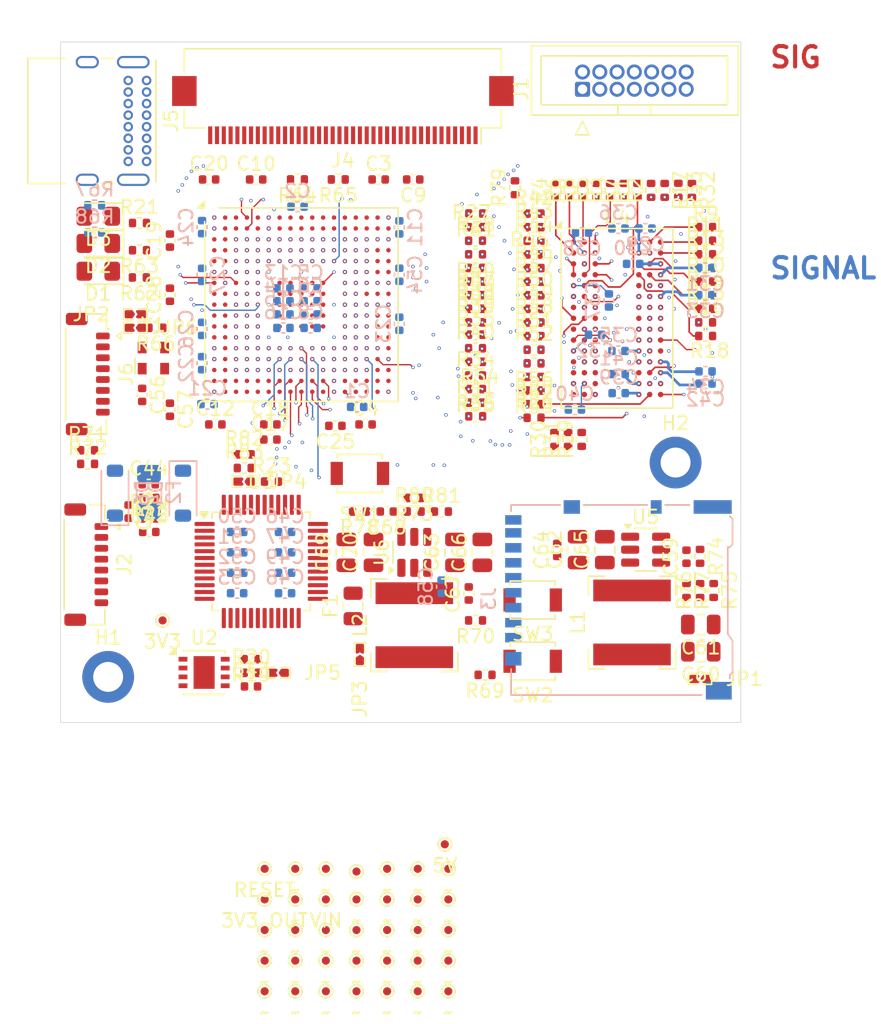
<source format=kicad_pcb>
(kicad_pcb (version 20240108) (generator "pcbnew") (generator_version "8.0")
  (layers (0 "F.Cu" signal) (1 "In1.Cu" signal) (2 "In2.Cu" signal) (3 "In3.Cu" signal) (4 "In4.Cu" signal) (31 "B.Cu" signal) (34 "B.Paste" user) (35 "F.Paste" user) (36 "B.SilkS" user "B.Silkscreen") (37 "F.SilkS" user "F.Silkscreen") (38 "B.Mask" user) (39 "F.Mask" user) (44 "Edge.Cuts" user))
  (net 0 "")
  (net 1 "Net-(C1-Pad1)")
  (net 2 "GND")
  (net 3 "+3.3V")
  (net 4 "VDDA")
  (net 5 "/~{STM_RST}")
  (net 6 "Net-(C55-Pad2)")
  (net 7 "Net-(C56-Pad1)")
  (net 8 "Net-(D1-K)")
  (net 9 "Net-(D2-K)")
  (net 10 "Net-(D3-K)")
  (net 11 "/JTDO{slash}SWO")
  (net 16 "/JTMS{slash}SWDIO")
  (net 17 "/JCLK{slash}SWCLK")
  (net 19 "/JTDI{slash}SWO")
  (net 21 "unconnected-(U1-PD11-PadR15)")
  (net 23 "unconnected-(U1-PG13-PadD9)")
  (net 25 "Net-(C59-Pad2)")
  (net 27 "unconnected-(U1-PB8-PadD5)")
  (net 29 "unconnected-(U1-PF10-PadL3)")
  (net 30 "/SD_DET_A")
  (net 31 "unconnected-(U1-PI8-PadE4)")
  (net 33 "unconnected-(U1-PE6-PadE5)")
  (net 37 "unconnected-(U1-PB2-PadR6)")
  (net 38 "unconnected-(U1-PA2-PadN3)")
  (net 40 "unconnected-(U1-PH4-PadP3)")
  (net 44 "Net-(U5-BOOT)")
  (net 45 "Net-(U3-RIN+)")
  (net 46 "/SD_D1")
  (net 48 "/CAM_LVDS_H")
  (net 50 "/CAM_LVDS_L")
  (net 52 "Net-(U3-RIN-)")
  (net 54 "unconnected-(U1-PA10-PadD14)")
  (net 55 "Net-(C60-Pad1)")
  (net 56 "unconnected-(U1-PG14-PadD8)")
  (net 59 "/CAM_CAN_H")
  (net 60 "unconnected-(U1-PH10-PadP13)")
  (net 61 "unconnected-(U1-PF9-PadL4)")
  (net 62 "/SD_D2")
  (net 63 "/RCC_IN")
  (net 65 "/CAM_CAN_L")
  (net 66 "unconnected-(U1-PA8-PadE15)")
  (net 68 "/CAN_L")
  (net 72 "Net-(JP5-Pad2)")
  (net 74 "/DES_RRFB")
  (net 75 "Net-(U4-DQ31)")
  (net 76 "Net-(U4-DQ30)")
  (net 77 "unconnected-(U1-PB7-PadC5)")
  (net 79 "Net-(U4-DQ29)")
  (net 80 "Net-(U4-DQ28)")
  (net 81 "/SD_D3")
  (net 82 "Net-(U4-DQ27)")
  (net 83 "/SD_CMD")
  (net 87 "unconnected-(U1-PI3-PadC14)")
  (net 88 "/FD_CAN1_TX")
  (net 89 "Net-(U4-DQ26)")
  (net 90 "unconnected-(U1-PG12-PadC9)")
  (net 91 "Net-(U4-DQ25)")
  (net 92 "unconnected-(U1-PA6-PadR3)")
  (net 93 "unconnected-(U1-PI4-PadA4)")
  (net 95 "unconnected-(U1-PA7-PadR5)")
  (net 96 "Net-(U4-DQ24)")
  (net 97 "unconnected-(U1-PG6-PadG15)")
  (net 98 "unconnected-(U1-PE3-PadD3)")
  (net 99 "unconnected-(U1-PI11-PadF4)")
  (net 100 "Net-(U4-DQ23)")
  (net 101 "Net-(U4-DQ22)")
  (net 102 "Net-(U4-DQ21)")
  (net 103 "Net-(U4-DQ20)")
  (net 104 "Net-(U4-DQ19)")
  (net 105 "Net-(U4-DQ18)")
  (net 106 "Net-(U4-DQ17)")
  (net 107 "/SD_D0")
  (net 108 "/RCC_OUT")
  (net 109 "unconnected-(U1-PH11-PadP14)")
  (net 110 "unconnected-(U1-PE2-PadC3)")
  (net 111 "unconnected-(U1-PK1-PadJ15)")
  (net 112 "Net-(U4-DQ16)")
  (net 113 "unconnected-(U1-PD2-PadD12)")
  (net 114 "Net-(U4-DQM3)")
  (net 115 "Net-(U4-DQM2)")
  (net 117 "Net-(U2-SHDN)")
  (net 118 "/FD_CAN1_RX")
  (net 119 "/CAN_H")
  (net 120 "/SD_CK")
  (net 122 "unconnected-(U1-PF7-PadK3)")
  (net 123 "/LED_GREEN")
  (net 127 "unconnected-(U1-PK0-PadJ14)")
  (net 128 "unconnected-(U1-PA9-PadD15)")
  (net 135 "unconnected-(U1-PI10-PadF3)")
  (net 137 "unconnected-(U1-PF8-PadK4)")
  (net 139 "unconnected-(U1-PH12-PadR14)")
  (net 140 "/D-")
  (net 143 "Net-(J5-CC1)")
  (net 146 "/D+")
  (net 149 "Net-(J5-CC2)")
  (net 150 "/DQ0")
  (net 151 "/DQ1")
  (net 152 "Net-(U1-PD0)")
  (net 154 "/DQ2")
  (net 157 "Net-(U1-PD1)")
  (net 158 "/DQ3")
  (net 159 "/DQ13")
  (net 160 "Net-(U1-PD8)")
  (net 161 "Net-(U1-PD9)")
  (net 163 "/DQ14")
  (net 164 "/DQ15")
  (net 165 "Net-(U1-PD10)")
  (net 167 "/NBL0")
  (net 168 "Net-(U1-PE0)")
  (net 169 "/NBL1")
  (net 170 "Net-(U1-PE1)")
  (net 171 "/DQ4")
  (net 172 "Net-(U1-PE7)")
  (net 173 "Net-(U1-PE8)")
  (net 175 "/DQ5")
  (net 176 "/DQ6")
  (net 177 "Net-(U1-PE9)")
  (net 178 "Net-(U1-PE10)")
  (net 180 "/DQ7")
  (net 181 "/DQ8")
  (net 182 "Net-(U1-PE11)")
  (net 183 "Net-(U1-PE12)")
  (net 184 "/DQ9")
  (net 185 "/DQ10")
  (net 187 "Net-(U1-PE13)")
  (net 188 "/DQ11")
  (net 189 "Net-(U1-PE14)")
  (net 190 "Net-(U1-PF0)")
  (net 191 "/A0")
  (net 192 "/A1")
  (net 193 "Net-(U1-PF1)")
  (net 194 "Net-(U1-PF2)")
  (net 195 "/A2")
  (net 196 "/A3")
  (net 197 "Net-(U1-PF3)")
  (net 198 "Net-(U1-PF4)")
  (net 199 "/A4")
  (net 200 "/A5")
  (net 201 "Net-(U1-PF5)")
  (net 202 "Net-(U1-PF11)")
  (net 203 "/SDN_RAS")
  (net 204 "Net-(U1-PF12)")
  (net 205 "/A6")
  (net 206 "Net-(U1-PF13)")
  (net 208 "/A7")
  (net 209 "/A8")
  (net 210 "Net-(U1-PF14)")
  (net 211 "Net-(U1-PF15)")
  (net 212 "/A9")
  (net 213 "/SDN_WE")
  (net 214 "Net-(U1-PH5)")
  (net 215 "/SDN_NE")
  (net 216 "Net-(U1-PH6)")
  (net 217 "Net-(U1-PH7)")
  (net 218 "/SDN_CKE")
  (net 219 "Net-(U1-PG0)")
  (net 220 "/A10")
  (net 221 "/A11")
  (net 222 "Net-(U1-PG1)")
  (net 223 "/BA0")
  (net 225 "Net-(U1-PG4)")
  (net 226 "/BA1")
  (net 227 "Net-(U1-PG5)")
  (net 229 "Net-(U1-PG8)")
  (net 230 "/SDN_CLK")
  (net 231 "Net-(U1-PG15)")
  (net 232 "/SDN_CAS")
  (net 233 "/DQ12")
  (net 234 "/CAN_RX")
  (net 235 "/CAN_TX")
  (net 236 "/ROUT11")
  (net 237 "/ROUT15")
  (net 238 "/ROUT6")
  (net 239 "/ROUT8")
  (net 240 "/ROUT5")
  (net 241 "/DES_RCLK")
  (net 242 "/ROUT4")
  (net 243 "/ROUT10")
  (net 244 "/ROUT14")
  (net 245 "/ROUT0")
  (net 246 "/DES_LOCK")
  (net 247 "/ROUT12")
  (net 248 "/ROUT13")
  (net 249 "/ROUT2")
  (net 250 "/ROUT7")
  (net 251 "/ROUT9")
  (net 252 "/ROUT3")
  (net 253 "/ROUT1")
  (net 257 "/BOOT0")
  (net 258 "/LED_ORANGE")
  (net 259 "Net-(U1-PDR_ON)")
  (net 260 "+12V_CAM")
  (net 261 "/I2C2_SDA")
  (net 262 "/I2C2_SCL")
  (net 263 "/SW_PICTURE")
  (net 264 "Net-(R69-Pad1)")
  (net 265 "/SW_MODE")
  (net 266 "Net-(R70-Pad1)")
  (net 267 "Net-(U1-PD14)")
  (net 268 "Net-(U1-PD15)")
  (net 269 "Net-(U5-SW)")
  (net 271 "Net-(U5-FB)")
  (net 272 "Net-(U6-BOOT)")
  (net 273 "/LCD_R7")
  (net 274 "/LCD_SCL")
  (net 275 "/LCD_HSYNC")
  (net 276 "/LCD_DE")
  (net 277 "/LCD_B0")
  (net 278 "/LCD_B2")
  (net 279 "/LCD_G6")
  (net 280 "/LCD_R1")
  (net 281 "/LCD_B1")
  (net 282 "/LCD_SDA")
  (net 283 "/LCD_G0")
  (net 284 "/LCD_B7")
  (net 285 "/LCD_VSYNC")
  (net 286 "/LCD_CLK")
  (net 287 "/LCD_R0")
  (net 288 "/LCD_R2")
  (net 289 "/LCD_B5")
  (net 290 "/LCD_R6")
  (net 291 "/LCD_B6")
  (net 292 "/LCD_G3")
  (net 293 "/LCD_R5")
  (net 294 "/LCD_G7")
  (net 295 "/LCD_G4")
  (net 296 "/LCD_B3")
  (net 297 "/LCD_G5")
  (net 298 "/LCD_R3")
  (net 299 "/LCD_G2")
  (net 300 "/LCD_R4")
  (net 301 "/LCD_G1")
  (net 302 "/LCD_B4")
  (net 303 "+5V")
  (net 304 "Net-(C68-Pad2)")
  (net 305 "Net-(C69-Pad1)")
  (net 306 "Net-(F1-Pad1)")
  (net 307 "Net-(J6-Pin_1)")
  (net 308 "Net-(U6-SW)")
  (net 309 "Net-(R73-Pad2)")
  (net 310 "Net-(R75-Pad2)")
  (net 311 "Net-(U6-FB)")
  (net 313 "/CAM_AUX_A")
  (net 314 "/CAM_AUX_B")
  (net 315 "/LCD_PWM")
  (net 316 "/LCD_AUX_2")
  (net 317 "Net-(J4-Pin_25)")
  (net 318 "/LCD_AUX_5")
  (net 319 "/LCD_AUX_1")
  (net 320 "/LCD_AUX_3")
  (net 321 "/LCD_AUX_4")
  (net 322 "/IO_AUX_2")
  (net 323 "/IO_AUX_3")
  (net 324 "/IO_AUX_1")
  (net 325 "/IO_AUX_4")
  (net 326 "Net-(U1-PA0)")
  (net 327 "Net-(U1-PA1)")
  (footprint "Resistor_SMD:R_0402_1005Metric" (layer "F.Cu") (at 42.5 30.6)
    (property "Reference" "R37")
    (property "Value" "33R")
  )
  (footprint "Resistor_SMD:R_0402_1005Metric" (layer "F.Cu") (at 59.41 30.6)
    (property "Reference" "R14")
    (property "Value" "10k")
  )
  (footprint "Resistor_SMD:R_0402_1005Metric" (layer "F.Cu") (at 59.41 31.6)
    (property "Reference" "R15")
    (property "Value" "10k")
  )
  (footprint "MEMS_Custom:TestPoint_Pad_D0.6mm_SMT" (layer "F.Cu") (at 29.25 75)
    (property "Reference" "TP7")
    (property "Value" "~")
  )
  (footprint "Resistor_SMD:R_0402_1005Metric" (layer "F.Cu") (at 58.4 22.9 -90)
    (property "Reference" "R32")
    (property "Value" "33R")
  )
  (footprint "MEMS_Custom:TestPoint_Pad_D0.6mm_SMT" (layer "F.Cu") (at 31.5 72.75)
    (property "Reference" "TP11")
    (property "Value" "~")
  )
  (footprint "LED_SMD:LED_0805_2012Metric_Pad1.15x1.40mm_HandSolder" (layer "F.Cu") (at 14.775 26.8 180)
    (property "Reference" "D2")
    (property "Value" "ORANGE")
  )
  (footprint "Button_Switch_SMD:SW_SPST_B3U-1000P" (layer "F.Cu") (at 46.7 57.5 180)
    (property "Reference" "SW2")
    (property "Value" "PICTURE")
  )
  (footprint "Resistor_SMD:R_0402_1005Metric" (layer "F.Cu") (at 18.5 47)
    (property "Reference" "R24")
    (property "Value" "49R9")
  )
  (footprint "Resistor_SMD:R_0402_1005Metric" (layer "F.Cu") (at 39.99 46.5)
    (property "Reference" "R81")
    (property "Value" "10k")
  )
  (footprint "Resistor_SMD:R_0402_1005Metric" (layer "F.Cu") (at 42.5 33.5)
    (property "Reference" "R35")
    (property "Value" "33R")
  )
  (footprint "MEMS_Custom:TestPoint_Pad_D0.6mm_SMT" (layer "F.Cu") (at 40.24 70.95)
    (property "Reference" "TP12")
    (property "Value" "5V")
  )
  (footprint "Resistor_SMD:R_0402_1005Metric" (layer "F.Cu") (at 48.4 22.9 90)
    (property "Reference" "R4")
    (property "Value" "10k")
  )
  (footprint "Resistor_SMD:R_0402_1005Metric" (layer "F.Cu") (at 25.5 43.3)
    (property "Reference" "R83")
    (property "Value" "0R")
  )
  (footprint "MEMS_Custom:TestPoint_Pad_D0.6mm_SMT" (layer "F.Cu") (at 19.5 54.5)
    (property "Reference" "TP13")
    (property "Value" "3V3")
  )
  (footprint "Capacitor_SMD:C_0402_1005Metric" (layer "F.Cu") (at 34.42 40.1)
    (property "Reference" "C4")
    (property "Value" "100n")
  )
  (footprint "Resistor_SMD:R_0402_1005Metric" (layer "F.Cu") (at 45.4 22.71 90)
    (property "Reference" "R79")
    (property "Value" "0R")
  )
  (footprint "Capacitor_SMD:C_0402_1005Metric" (layer "F.Cu") (at 17 46.5 -90)
    (property "Reference" "C55")
    (property "Value" "4.7n")
  )
  (footprint "Capacitor_SMD:C_0805_2012Metric" (layer "F.Cu") (at 40.99 49.5 90)
    (property "Reference" "C63")
    (property "Value" "10u")
  )
  (footprint "Resistor_SMD:R_0402_1005Metric" (layer "F.Cu") (at 42.5 26.6)
    (property "Reference" "R28")
    (property "Value" "33R")
  )
  (footprint "Resistor_SMD:R_0402_1005Metric" (layer "F.Cu") (at 49.3 41.2 90)
    (property "Reference" "R31")
    (property "Value" "33R")
  )
  (footprint "Button_Switch_SMD:SW_SPST_B3U-1000P" (layer "F.Cu") (at 46.7 53 180)
    (property "Reference" "SW3")
    (property "Value" "MODE")
  )
  (footprint "Capacitor_SMD:C_0402_1005Metric" (layer "F.Cu") (at 18 37.93 -90)
    (property "Reference" "C56")
    (property "Value" "8.2p")
  )
  (footprint "Resistor_SMD:R_0402_1005Metric" (layer "F.Cu") (at 13.99 43)
    (property "Reference" "R72")
    (property "Value" "5k1")
  )
  (footprint "MEMS_Custom:TestPoint_Pad_D0.6mm_SMT" (layer "F.Cu") (at 38.25 77.25)
    (property "Reference" "TP30")
    (property "Value" "~")
  )
  (footprint "MEMS_Custom:TestPoint_Pad_D0.6mm_SMT" (layer "F.Cu") (at 27 72.75)
    (property "Reference" "TP1")
    (property "Value" "RESET")
  )
  (footprint "Resistor_SMD:R_0402_1005Metric" (layer "F.Cu") (at 50.3 41.2 90)
    (property "Reference" "R29")
    (property "Value" "33R")
  )
  (footprint "MEMS_Custom:TestPoint_Pad_D0.6mm_SMT" (layer "F.Cu") (at 31.5 75)
    (property "Reference" "TP14")
    (property "Value" "VIN")
  )
  (footprint "Capacitor_SMD:C_0805_2012Metric" (layer "F.Cu") (at 52 49.3 90)
    (property "Reference" "C65")
    (property "Value" "10u")
  )
  (footprint "Package_QFP:TQFP-48_7x7mm_P0.5mm" (layer "F.Cu") (at 26.75 50.1625)
    (property "Reference" "U3")
    (property "Value" "DS90C124")
  )
  (footprint "Capacitor_SMD:C_0805_2012Metric" (layer "F.Cu") (at 59.05 56.8 180)
    (property "Reference" "C60")
    (property "Value" "22u")
  )
  (footprint "Resistor_SMD:R_0402_1005Metric" (layer "F.Cu") (at 42.5 35.5 180)
    (property "Reference" "R54")
    (property "Value" "33R")
  )
  (footprint "Capacitor_SMD:C_0805_2012Metric" (layer "F.Cu") (at 35 49.5 90)
    (property "Reference" "C70")
    (property "Value" "22u")
  )
  (footprint "Resistor_SMD:R_0402_1005Metric" (layer "F.Cu") (at 19.01 33 180)
    (property "Reference" "R66")
    (property "Value" "0R")
  )
  (footprint "Resistor_SMD:R_0402_1005Metric" (layer "F.Cu") (at 17.8 25.3)
    (property "Reference" "R21")
    (property "Value" "620R")
  )
  (footprint "Resistor_SMD:R_0402_1005Metric" (layer "F.Cu") (at 46.8 25.61)
    (property "Reference" "R43")
    (property "Value" "33R")
  )
  (footprint "MEMS_Custom:TestPoint_Pad_D0.6mm_SMT" (layer "F.Cu") (at 33.75 72.95)
    (property "Reference" "TP18")
    (property "Value" "~")
  )
  (footprint "Resistor_SMD:R_0402_1005Metric" (layer "F.Cu") (at 59 49.79 -90)
    (property "Reference" "R74")
    (property "Value" "33R")
  )
  (footprint "Resistor_SMD:R_0402_1005Metric" (layer "F.Cu") (at 53.4 22.9 90)
    (property "Reference" "R7")
    (property "Value" "10k")
  )
  (footprint "Resistor_SMD:R_0402_1005Metric" (layer "F.Cu") (at 58 52.3 -90)
    (property "Reference" "R77")
    (property "Value" "10k")
  )
  (footprint "Package_BGA:BGA-90_8.0x13.0mm_Layout2x3x15_P0.8mm" (layer "F.Cu") (at 52.9 32.3)
    (property "Reference" "U4")
    (property "Value" "~")
  )
  (footprint "Inductor_SMD:L_Bourns-SRN6028" (layer "F.Cu") (at 54 54.65 -90)
    (property "Reference" "L1")
    (property "Value" "SRN6028C-6R0M")
  )
  (footprint "Capacitor_SMD:C_0402_1005Metric" (layer "F.Cu") (at 35.38 22.1)
    (property "Reference" "C3")
    (property "Value" "100n")
  )
  (footprint "Resistor_SMD:R_0402_1005Metric" (layer "F.Cu") (at 18.5 45.5 180)
    (property "Reference" "R22")
    (property "Value" "49R9")
  )
  (footprint "MEMS_Custom:JP_0402_OPEN" (layer "F.Cu") (at 59 58.8)
    (property "Reference" "JP1")
    (property "Value" "5V")
  )
  (footprint "Capacitor_SMD:C_0402_1005Metric" (layer "F.Cu") (at 23.38 40.1)
    (property "Reference" "C12")
    (property "Value" "100n")
  )
  (footprint "Resistor_SMD:R_0402_1005Metric" (layer "F.Cu") (at 17.8 27.3 180)
    (property "Reference" "R63")
    (property "Value" "620R")
  )
  (footprint "Package_BGA:TFBGA-265_14x14mm_Layout17x17_P0.8mm" (layer "F.Cu") (at 29.7 31.3)
    (property "Reference" "U1")
    (property "Value" "STM32H750XBHx")
  )
  (footprint "Capacitor_SMD:C_0805_2012Metric" (layer "F.Cu") (at 50 49.3 90)
    (property "Reference" "C62")
    (property "Value" "10u")
  )
  (footprint "Resistor_SMD:R_0402_1005Metric" (layer "F.Cu") (at 37.99 46.5)
    (property "Reference" "R80")
    (property "Value" "30k9")
  )
  (footprint "Resistor_SMD:R_0402_1005Metric" (layer "F.Cu") (at 37.99 45.5 180)
    (property "Reference" "R73")
    (property "Value" "49R9")
  )
  (footprint "LED_SMD:LED_0805_2012Metric_Pad1.15x1.40mm_HandSolder" (layer "F.Cu") (at 14.775 24.8 180)
    (property "Reference" "D3")
    (property "Value" "RED")
  )
  (footprint "Capacitor_SMD:C_0402_1005Metric" (layer "F.Cu") (at 22.92 22.1)
    (property "Reference" "C20")
    (property "Value" "100n")
  )
  (footprint "Resistor_SMD:R_0402_1005Metric" (layer "F.Cu") (at 13.99 42)
    (property "Reference" "R71")
    (property "Value" "5k1")
  )
  (footprint "MEMS_Custom:TestPoint_Pad_D0.6mm_SMT" (layer "F.Cu") (at 38.25 81.75)
    (property "Reference" "TP32")
    (property "Value" "~")
  )
  (footprint "Resistor_SMD:R_0402_1005Metric" (layer "F.Cu") (at 42.5 37.5 180)
    (property "Reference" "R55")
    (property "Value" "33R")
  )
  (footprint "Resistor_SMD:R_0402_1005Metric" (layer "F.Cu") (at 46.8 24.61)
    (property "Reference" "R42")
    (property "Value" "33R")
  )
  (footprint "Resistor_SMD:R_0402_1005Metric" (layer "F.Cu") (at 43.2 58.5 180)
    (property "Reference" "R69")
    (property "Value" "10k")
  )
  (footprint "Resistor_SMD:R_0402_1005Metric" (layer "F.Cu") (at 59.41 26.6)
    (property "Reference" "R11")
    (property "Value" "10k")
  )
  (footprint "Capacitor_SMD:C_0805_2012Metric" (layer "F.Cu") (at 33 49.5 90)
    (property "Reference" "C69")
    (property "Value" "22u")
  )
  (footprint "Oscillator:Oscillator_SMD_Abracon_ASDMB-4Pin_2.5x2.0mm" (layer "F.Cu") (at 18.825 35.225)
    (property "Reference" "Y1")
    (property "Value" "25MHz")
  )
  (footprint "Resistor_SMD:R_0402_1005Metric" (layer "F.Cu") (at 59.41 32.6)
    (property "Reference" "R16")
    (property "Value" "10k")
  )
  (footprint "Resistor_SMD:R_0402_1005Metric" (layer "F.Cu") (at 46.8 33.61)
    (property "Reference" "R51")
    (property "Value" "33R")
  )
  (footprint "MEMS_Custom:TestPoint_Pad_D0.6mm_SMT" (layer "F.Cu") (at 40.5 81.75)
    (property "Reference" "TP37")
    (property "Value" "~")
  )
  (footprint "Resistor_SMD:R_0402_1005Metric" (layer "F.Cu") (at 55.4 22.9 90)
    (property "Reference" "R2")
    (property "Value" "10k")
  )
  (footprint "Capacitor_SMD:C_0402_1005Metric" (layer "F.Cu") (at 18.48 44.5)
    (property "Reference" "C44")
    (property "Value" "100n")
  )
  (footprint "MEMS_Custom:TestPoint_Pad_D0.6mm_SMT" (layer "F.Cu") (at 38.25 79.5)
    (property "Reference" "TP31")
    (property "Value" "~")
  )
  (footprint "Resistor_SMD:R_0402_1005Metric" (layer "F.Cu") (at 46.8 37.61 180)
    (property "Reference" "R53")
    (property "Value" "33R")
  )
  (footprint "Resistor_SMD:R_0402_1005Metric" (layer "F.Cu") (at 59 52.3 90)
    (property "Reference" "R76")
    (property "Value" "52k3")
  )
  (footprint "Resistor_SMD:R_0402_1005Metric" (layer "F.Cu") (at 46.8 39.61)
    (property "Reference" "R26")
    (property "Value" "33R")
  )
  (footprint "MEMS_Custom:JP_0402_OPEN" (layer "F.Cu") (at 25.49 44.3)
    (property "Reference" "JP4")
    (property "Value" "RESET")
  )
  (footprint "Resistor_SMD:R_0402_1005Metric" (layer "F.Cu") (at 42.5 34.5)
    (property "Reference" "R40")
    (property "Value" "33R")
  )
  (footprint "MEMS_Custom:TestPoint_Pad_D0.6mm_SMT" (layer "F.Cu") (at 40.5 75)
    (property "Reference" "TP34")
    (property "Value" "~")
  )
  (footprint "Resistor_SMD:R_0402_1005Metric" (layer "F.Cu") (at 42.51 24.6 180)
    (property "Reference" "R61")
    (property "Value" "33R")
  )
  (footprint "Capacitor_SMD:C_0402_1005Metric" (layer "F.Cu") (at 42 52.52 90)
    (property "Reference" "C67")
    (property "Value" "100n")
  )
  (footprint "MEMS_Custom:TestPoint_Pad_D0.6mm_SMT" (layer "F.Cu") (at 38.25 72.75)
    (property "Reference" "TP28")
    (property "Value" "~")
  )
  (footprint "Resistor_SMD:R_0402_1005Metric" (layer "F.Cu") (at 46.8 27.61)
    (property "Reference" "R45")
    (property "Value" "33R")
  )
  (footprint "Resistor_SMD:R_0402_1005Metric" (layer "F.Cu") (at 42.5 36.5)
    (property "Reference" "R34")
    (property "Value" "33R")
  )
  (footprint "MEMS_Custom:TestPoint_Pad_D0.6mm_SMT" (layer "F.Cu") (at 40.5 72.75)
    (property "Reference" "TP33")
    (property "Value" "~")
  )
  (footprint "MEMS_Custom:JP_0402_OPEN" (layer "F.Cu") (at 17.5 32 180)
    (property "Reference" "JP2")
    (property "Value" "RESET")
  )
  (footprint "Capacitor_SMD:C_0402_1005Metric" (layer "F.Cu") (at 27.42 41.21)
    (property "Reference" "C17")
    (property "Value" "100n")
  )
  (footprint "Resistor_SMD:R_0402_1005Metric" (layer "F.Cu") (at 42.5 31.6)
    (property "Reference" "R38")
    (property "Value" "33R")
  )
  (footprint "MEMS_Custom:JP_0402_OPEN" (layer "F.Cu") (at 34 57 -90)
    (property "Reference" "JP3")
    (property "Value" "3V3")
  )
  (footprint "Resistor_SMD:R_0402_1005Metric" (layer "F.Cu") (at 26.01 58.35)
    (property "Reference" "R20")
    (property "Value" "120R")
  )
  (footprint "Resistor_SMD:R_0402_1005Metric" (layer "F.Cu") (at 42.5 38.5)
    (property "Reference" "R41")
    (property "Value" "33R")
  )
  (footprint "Capacitor_SMD:C_0805_2012Metric" (layer "F.Cu") (at 59.05 54.8 180)
    (property "Reference" "C61")
    (property "Value" "22u")
  )
  (footprint "Resistor_SMD:R_0402_1005Metric" (layer "F.Cu") (at 33.97 46.5 180)
    (property "Reference" "R78")
    (property "Value" "33R")
  )
  (footprint "Resistor_SMD:R_0402_1005Metric" (layer "F.Cu") (at 52.4 22.9 90)
    (property "Reference" "R3")
    (property "Value" "10k")
  )
  (footprint "Capacitor_SMD:C_0402_1005Metric" (layer "F.Cu") (at 26 59.35)
    (property "Reference" "C43")
    (property "Value" "100n")
  )
  (footprint "Resistor_SMD:R_0402_1005Metric" (layer "F.Cu") (at 42.5 28.6 180)
    (property "Reference" "R59")
    (property "Value" "33R")
  )
  (footprint "Resistor_SMD:R_0402_1005Metric" (layer "F.Cu") (at 46.8 35.61 180)
    (property "Reference" "R56")
    (property "Value" "33R")
  )
  (footprint "Resistor_SMD:R_0402_1005Metric" (layer "F.Cu") (at 17.79 29.3 180)
    (property "Reference" "R62")
    (property "Value" "620R")
  )
  (footprint "MEMS_Custom:TestPoint_Pad_D0.6mm_SMT" (layer "F.Cu") (at 27 75)
    (property "Reference" "TP2")
    (property "Value" "3V3 OUT")
  )
  (footprint "Package_DFN_QFN:DFN-8-1EP_3x3mm_P0.65mm_EP1.55x2.4mm" (layer "F.Cu") (at 22.55 58.325)
    (property "Reference" "U2")
    (property "Value" "MCP2562-E-MF")
  )
  (footprint "Resistor_SMD:R_0402_1005Metric" (layer "F.Cu") (at 59.41 29.6)
    (property "Reference" "R10")
    (property "Value" "10k")
  )
  (footprint "Resistor_SMD:R_0402_1005Metric" (layer "F.Cu") (at 50.4 22.9 90)
    (property "Reference" "R8")
    (property "Value" "10k")
  )
  (footprint "Capacitor_SMD:C_0402_1005Metric" (layer "F.Cu") (at 37.92 22.1 180)
    (property "Reference" "C9")
    (property "Value" "100n")
  )
  (footprint "Resistor_SMD:R_0402_1005Metric" (layer "F.Cu") (at 54.4 22.9 90)
    (property "Reference" "R1")
    (property "Value" "10k")
  )
  (footprint "Resistor_SMD:R_0402_1005Metric" (layer "F.Cu") (at 42.5 25.6)
    (property "Reference" "R27")
    (property "Value" "33R")
  )
  (footprint "MountingHole:MountingHole_2.2mm_M2_DIN965_Pad" (layer "F.Cu") (at 15.5 58.65)
    (property "Reference" "H1")
    (property "Value" "MountingHole_Pad")
  )
  (footprint "MEMS_Custom:TestPoint_Pad_D0.6mm_SMT" (layer "F.Cu") (at 29.25 77.25)
    (property "Reference" "TP8")
    (property "Value" "~")
  )
  (footprint "Capacitor_SMD:C_0402_1005Metric" (layer "F.Cu") (at 48.5 49.32 90)
    (property "Reference" "C64")
    (property "Value" "100n")
  )
  (footprint "MEMS_Custom:TestPoint_Pad_D0.6mm_SMT" (layer "F.Cu") (at 40.5 77.25)
    (property "Reference" "TP35")
    (property "Value" "~")
  )
  (footprint "Connector_USB:USB_C_Receptacle_GCT_USB4085" (layer "F.Cu") (at 18.325 14.825 -90)
    (property "Reference" "J5")
    (property "Value" "USB_C_USB4085-GF-A")
  )
  (footprint "Fuse:Fuse_0805_2012Metric" (layer "F.Cu") (at 33.5 53.4375 90)
    (property "Reference" "F1")
    (property "Value" "350mA")
  )
  (footprint "MEMS_Passive:IDC-Header_20021511-00014T4LF_2x07_P1.27_Vertical" (layer "F.Cu") (at 50.36 15.47 90)
    (property "Reference" "J1")
    (property "Value" "STDC14")
  )
  (footprint "MEMS_Custom:TestPoint_Pad_D0.6mm_SMT" (layer "F.Cu") (at 33.75 81.75)
    (property "Reference" "TP22")
    (property "Value" "~")
  )
  (footprint "Capacitor_SMD:C_0402_1005Metric" (layer "F.Cu") (at 26.38 22.1)
    (property "Reference" "C10")
    (property "Value" "100n")
  )
  (footprint "Package_TO_SOT_SMD:TSOT-23-6" (layer "F.Cu") (at 38 49.5 90)
    (property "Reference" "U6")
    (property "Value" "TPS56339")
  )
  (footprint "Resistor_SMD:R_0402_1005Metric" (layer "F.Cu") (at 46.8 28.61)
    (property "Reference" "R46")
    (property "Value" "33R")
  )
  (footprint "Resistor_SMD:R_0402_1005Metric" (layer "F.Cu") (at 27.5 44.3)
    (property "Reference" "R23")
    (property "Value" "10k")
  )
  (footprint "Resistor_SMD:R_0402_1005Metric" (layer "F.Cu") (at 46.8 31.61)
    (property "Reference" "R49")
    (property "Value" "33R")
  )
  (footprint "Connector_Hirose:Hirose_DF52-8S-0.8H_1x08-1MP_P0.80mm_Horizontal" (layer "F.Cu") (at 14 36.4 -90)
    (property "Reference" "J6")
    (property "Value" "IO")
  )
  (footprint "MEMS_Custom:TestPoint_Pad_D0.6mm_SMT" (layer "F.Cu") (at 36 79.5)
    (property "Reference" "TP26")
    (property "Value" "~")
  )
  (footprint "Resistor_SMD:R_0402_1005Metric" (layer "F.Cu") (at 59.41 25.6)
    (property "Reference" "R9")
    (property "Value" "10k")
  )
  (footprint "Resistor_SMD:R_0402_1005Metric" (layer "F.Cu") (at 32.41 22.1 180)
    (property "Reference" "R65")
    (property "Value" "10k")
  )
  (footprint "Button_Switch_SMD:SW_SPST_B3U-1000P" (layer "F.Cu") (at 34 43.7 180)
    (property "Reference" "SW1")
    (property "Value" "RESET")
  )
  (footprint "MEMS_Custom:TestPoint_Pad_D0.6mm_SMT" (layer "F.Cu") (at 40.5 79.5)
    (property "Reference" "TP36")
    (property "Value" "~")
  )
  (footprint "Resistor_SMD:R_0402_1005Metric" (layer "F.Cu") (at 49.4 22.9 90)
    (property "Reference" "R6")
    (property "Value" "10k")
  )
  (footprint "Connector_Hirose:Hirose_DF52-8S-0.8H_1x08-1MP_P0.80mm_Horizontal" (layer "F.Cu") (at 13.89 50.4 -90)
    (property "Reference" "J2")
    (property "Value" "CAMERA")
  )
  (footprint "MEMS_Custom:TestPoint_Pad_D0.6mm_SMT" (layer "F.Cu") (at 31.5 77.25)
    (property "Reference" "TP15")
    (property "Value" "~")
  )
  (footprint "Resistor_SMD:R_0402_1005Metric" (layer "F.Cu") (at 46.8 26.61)
    (property "Reference" "R44")
    (property "Value" "33R")
  )
  (footprint "MEMS_Custom:TestPoint_Pad_D0.6mm_SMT" (layer "F.Cu") (at 33.75 75)
    (property "Reference" "TP19")
    (property "Value" "~")
  )
  (footprint "MEMS_Custom:TestPoint_Pad_D0.6mm_SMT" (layer "F.Cu") (at 33.75 79.5)
    (property "Reference" "TP21")
    (property "Value" "~")
  )
  (footprint "MEMS_Custom:TestPoint_Pad_D0.6mm_SMT" (layer "F.Cu") (at 31.5 79.5)
    (property "Reference" "TP16")
    (property "Value" "~")
  )
  (footprint "Capacitor_SMD:C_0402_1005Metric" (layer "F.Cu") (at 20.04 26.59 90)
    (property "Reference" "C19")
    (property "Value" "100n")
  )
  (footprint "MEMS_Custom:TestPoint_Pad_D0.6mm_SMT" (layer "F.Cu") (at 36 72.75)
    (property "Reference" "TP23")
    (property "Value" "~")
  )
  (footprint "Resistor_SMD:R_0402_1005Metric" (layer "F.Cu") (at 46.8 34.61)
    (property "Reference" "R52")
    (property "Value" "33R")
  )
  (footprint "Resistor_SMD:R_0402_1005Metric" (layer "F.Cu") (at 42.5 27.6 180)
    (property "Reference" "R60")
    (property "Value" "33R")
  )
  (footprint "Capacitor_SMD:C_0805_2012Metric" (layer "F.Cu") (at 43 49.5 90)
    (property "Reference" "C66")
    (property "Value" "10u")
  )
  (footprint "MEMS_Custom:TestPoint_Pad_D0.6mm_SMT" (layer "F.Cu") (at 27 81.75)
    (property "Reference" "TP5")
    (property "Value" "~")
  )
  (footprint "MEMS_Custom:TestPoint_Pad_D0.6mm_SMT" (layer "F.Cu") (at 38.25 75)
    (property "Reference" "TP29")
    (property "Value" "~")
  )
  (footprint "Resistor_SMD:R_0402_1005Metric" (layer "F.Cu") (at 42.5 29.6 180)
    (property "Reference" "R58")
    (property "Value" "33R")
  )
  (footprint "Resistor_SMD:R_0402_1005Metric" (layer "F.Cu") (at 56.4 22.9 -90)
    (property "Reference" "R17")
    (property "Value" "10k")
  )
  (footprint "Resistor_SMD:R_0402_1005Metric" (layer "F.Cu") (at 60 52.3 -90)
    (property "Reference" "R75")
    (property "Value" "49R9")
  )
  (footprint "Resistor_SMD:R_0402_1005Metric" (layer "F.Cu") (at 29.41 22.1 180)
    (property "Reference" "R64")
    (property "Value" "10k")
  )
  (footprint "Resistor_SMD:R_0402_1005Metric" (layer "F.Cu") (at 48.3 41.2 90)
    (property "Reference" "R30")
    (property "Value" "33R")
  )
  (footprint "Capacitor_SMD:C_0402_1005Metric" (layer "F.Cu") (at 18.52 48)
    (property "Reference" "C45")
    (property "Value" "100n")
  )
  (footprint "Resistor_SMD:R_0402_1005Metric" (layer "F.Cu") (at 46.8 30.61)
    (property "Reference" "R50")
    (property "Value" "33R")
  )
  (footprint "Resistor_SMD:R_0402_1005Metric" (layer "F.Cu") (at 46.8 32.61)
    (property "Reference" "R48")
    (property "Value" "33R")
  )
  (footprint "Resistor_SMD:R_0402_1005Metric" (layer "F.Cu") (at 59.41 33.6 180)
    (property "Reference" "R18")
    (property "Value" "10k")
  )
  (footprint "LED_SMD:LED_0805_2012Metric_Pad1.15x1.40mm_HandSolder" (layer "F.Cu") (at 14.775 28.84 180)
    (property "Reference" "D1")
    (property "Value" "GREEN")
  )
  (footprint "Resistor_SMD:R_0402_1005Metric" (layer "F.Cu") (at 26.01 57.35 180)
    (property "Reference" "R19")
    (property "Value" "10k")
  )
  (footprint "Capacitor_SMD:C_0402_1005Metric" (layer "F.Cu") (at 32.2 40.2 180)
    (property "Reference" "C25")
    (property "Value" "4.7u")
  )
  (footprint "Resistor_SMD:R_0402_1005Metric" (layer "F.Cu") (at 51.4 22.9 90)
    (property "Reference" "R5")
    (property "Value" "10k")
  )
  (footprint "MEMS_Custom:TestPoint_Pad_D0.6mm_SMT" (layer "F.Cu") (at 36 77.25)
    (property "Reference" "TP25")
    (property "Value" "~")
  )
  (footprint "Resistor_SMD:R_0402_1005Metric" (layer "F.Cu") (at 59.41 27.6)
    (property "Reference" "R13")
    (property "Value" "10k")
  )
  (footprint "Inductor_SMD:L_Bourns-SRN6028" (layer "F.Cu") (at 38 54.85 -90)
    (property "Reference" "L2")
    (property "Value" "SRN6028C-6R0M")
  )
  (footprint "Connector_FFC-FPC:Hirose_FH12-40S-0.5SH_1x40-1MP_P0.50mm_Horizontal" (layer "F.Cu") (at 32.75 17 180)
    (property "Reference" "J4")
    (property "Value" "FH12-40S-0.5SH(55)")
  )
  (footprint "Resistor_SMD:R_0402_1005Metric" (layer "F.Cu") (at 57.4 22.89 -90)
    (property "Reference" "R33")
    (property "Value" "33R")
  )
  (footprint "MEMS_Custom:TestPoint_Pad_D0.6mm_SMT" (layer "F.Cu") (at 29.25 79.5)
    (property "Reference" "TP9")
    (property "Value" "~")
  )
  (footprint "MEMS_Custom:TestPoint_Pad_D0.6mm_SMT" (layer "F.Cu") (at 36 75)
    (property "Reference" "TP24")
    (property "Value" "~")
  )
  (footprint "MEMS_Custom:TestPoint_Pad_D0.6mm_SMT" (layer "F.Cu") (at 33.75 77.25)
    (property "Reference" "TP20")
    (property "Value" "~")
  )
  (footprint "Package_TO_SOT_SMD:TSOT-23-6" (layer "F.Cu") (at 55 49.3)
    (property "Reference" "U5")
    (property "Value" "TPS56339")
  )
  (footprint "Resistor_SMD:R_0402_1005Metric" (layer "F.Cu") (at 42.5 54.5 180)
    (property "Reference" "R70")
    (property "Value" "10k")
  )
  (footprint "MEMS_Custom:JP_0402_OPEN" (layer "F.Cu") (at 17.5 33)
    (property "Reference" "JP6")
    (property "Value" "VDDA")
  )
  (footprint "Capacitor_SMD:C_0402_1005Metric" (layer "F.Cu") (at 27.42 40.1)
    (property "Reference" "C18")
    (property "Value" "100n")
  )
  (footprint "Resistor_SMD:R_0402_1005Metric" (layer "F.Cu") (at 59.41 28.6)
    (property "Reference" "R12")
    (property "Value" "10k")
  )
  (footprint "Resistor_SMD:R_0402_1005Metric" (layer "F.Cu") (at 46.8 36.61 180)
    (property "Reference" "R57")
    (property "Value" "33R")
  )
  (footprint "MEMS_Custom:TestPoint_Pad_D0.6mm_SMT" (layer "F.Cu") (at 31.5 81.75)
    (property "Reference" "TP17")
    (property "Value" "~")
  )
  (footprint "MEMS_Custom:TestPoint_Pad_D0.6mm_SMT" (layer "F.Cu") (at 29.25 81.75)
    (property "Reference" "TP10")
    (property "Value" "~")
  )
  (footprint "MEMS_Custom:TestPoint_Pad_D0.6mm_SMT" (layer "F.Cu") (at 29.25 72.75)
    (property "Reference" "TP6")
    (property "Value" "~")
  )
  (footprint "Resistor_SMD:R_0402_1005Metric" (layer "F.Cu") (at 42.5 32.6)
    (property "Reference" "R39")
    (property "Value" "33R")
  )
  (footprint "Resistor_SMD:R_0402_1005Metric" (layer "F.Cu") (at 46.8 29.61)
    (property "Reference" "R47")
    (property "Value" "33R")
  )
  (footprint "MEMS_Custom:TestPoint_Pad_D0.6mm_SMT" (layer "F.Cu") (at 27 79.5)
    (property "Reference" "TP4")
    (property "Value" "~")
  )
  (footprint "MEMS_Custom:TestPoint_Pad_D0.6mm_SMT" (layer "F.Cu") (at 27 77.25)
    (property "Reference" "TP3")
    (property "Value" "~")
  )
  (footprint "Capacitor_SMD:C_0402_1005Metric" (layer "F.Cu") (at 20.04 39.02 -90)
    (property "Reference" "C57")
    (property "Value" "8.2p")
  )
  (footprint "Capacitor_SMD:C_0402_1005Metric" (layer "F.Cu") (at 35.98 46.5 180)
    (property "Reference" "C68")
    (property "Value" "100n")
  )
  (footprint "Resistor_SMD:R_0402_1005Metric" (layer "F.Cu") (at 42.51 39.5)
    (property "Reference" "R36")
    (property "Value" "33R")
  )
  (footprint "Capacitor_SMD:C_0402_1005Metric" (layer "F.Cu") (at 20.04 30.57 90)
    (property "Reference" "C28")
    (property "Value" "100n")
  )
  (footprint "MEMS_Custom:JP_0402_OPEN" (layer "F.Cu") (at 28 58.35)
    (property "Reference" "JP5")
    (property "Value" "CAN")
  )
  (footprint "MEMS_Custom:TestPoint_Pad_D0.6mm_SMT" (layer "F.Cu") (at 36 81.75)
    (property "Reference" "TP27")
    (property "Value" "~")
  )
  (footprint "MountingHole:MountingHole_2.2mm_M2_DIN965_Pad" (layer "F.Cu") (at 57.2 42.9)
    (property "Reference" "H2")
    (property "Value" "MountingHole_Pad")
  )
  (footprint "Resistor_SMD:R_0402_1005Metric" (layer "F.Cu") (at 25.5 42.3)
    (property "Reference" "R82")
    (property "Value" "0R")
  )
  (footprint "Capacitor_SMD:C_0402_1005Metric" (layer "F.Cu") (at 58 49.82 90)
    (property "Reference" "C59")
    (property "Value" "100n")
  )
  (footprint "Resistor_SMD:R_0402_1005Metric" (layer "F.Cu") (at 46.8 38.61)
    (property "Reference" "R25")
    (property "Value" "33R")
  )
  (footprint "Capacitor_SMD:C_0402_1005Metric" (layer "B.Cu") (at 49.8 39.01 180)
    (property "Reference" "C40")
    (property "Value" "100n")
  )
  (footprint "Capacitor_SMD:C_0402_1005Metric" (layer "B.Cu") (at 24.98 48 180)
    (property "Reference" "C50")
    (property "Value" "100n")
  )
  (footprint "Capacitor_SMD:C_0402_1005Metric" (layer "B.Cu") (at 36.9 29.1 90)
    (property "Reference" "C54")
    (property "Value" "2.2u")
  )
  (footprint "Capacitor_SMD:C_0402_1005Metric" (layer "B.Cu") (at 50.32 26.01)
    (property "Reference" "C38")
    (property "Value" "100n")
  )
  (footprint "Capacitor_SMD:C_0402_1005Metric" (layer "B.Cu") (at 24.98 49.5 180)
    (property "Reference" "C51")
    (property "Value" "100n")
  )
  (footprint "Capacitor_SMD:C_0402_1005Metric" (layer "B.Cu") (at 22.4 35.6 -90)
    (property "Reference" "C22")
    (property "Value" "100n")
  )
  (footprint "Capacitor_SMD:C_0402_1005Metric" (layer "B.Cu") (at 28.5 52.5 180)
    (property "Reference" "C48")
    (property "Value" "100n")
  )
  (footprint "Capacitor_SMD:C_0402_1005Metric" (layer "B.Cu") (at 22.4 25.6 -90)
    (property "Reference" "C24")
    (property "Value" "4.7u")
  )
  (footprint "Capacitor_SMD:C_0402_1005Metric" (layer "B.Cu") (at 28.38 31.04 180)
    (property "Reference" "C14")
    (property "Value" "100n")
  )
  (footprint "Connector_Card:microSD_HC_Hirose_DM3AT-SF-PEJM5" (layer "B.Cu") (at 53 52.99 -90)
    (property "Reference" "J3")
    (property "Value" "Micro_Sd")
  )
  (footprint "Capacitor_SMD:C_0402_1005Metric" (layer "B.Cu") (at 22.4 29.11 90)
    (property "Reference" "C27")
    (property "Value" "100n")
  )
  (footprint "Capacitor_SMD:C_0402_1005Metric" (layer "B.Cu") (at 24.98 52.5 180)
    (property "Reference" "C53")
    (property "Value" "100n")
  )
  (footprint "Capacitor_SMD:C_0402_1005Metric" (layer "B.Cu") (at 40 52.02 -90)
    (property "Reference" "C58")
    (property "Value" "2.2u")
  )
  (footprint "Capacitor_SMD:C_0402_1005Metric" (layer "B.Cu") (at 22.4 33.08 -90)
    (property "Reference" "C26")
    (property "Value" "2.2u")
  )
  (footprint "Capacitor_SMD:C_0402_1005Metric" (layer "B.Cu") (at 28.5 51 180)
    (property "Reference" "C49")
    (property "Value" "100n")
  )
  (footprint "Capacitor_SMD:C_0402_1005Metric" (layer "B.Cu") (at 52.3 30.99 -90)
    (property "Reference" "C37")
    (property "Value" "100n")
  )
  (footprint "Capacitor_SMD:C_0402_1005Metric" (layer "B.Cu") (at 53.02 36.4 180)
    (property "Reference" "C41")
    (property "Value" "100n")
  )
  (footprint "Capacitor_SMD:C_0402_1005Metric" (layer "B.Cu") (at 28.5 48 180)
    (property "Reference" "C46")
    (property "Value" "100n")
  )
  (footprint "Capacitor_SMD:C_0402_1005Metric" (layer "B.Cu") (at 28.38 32.01 180)
    (property "Reference" "C15")
    (property "Value" "100n")
  )
  (footprint "Capacitor_SMD:C_0402_1005Metric" (layer "B.Cu") (at 30.38 30.1 180)
    (property "Reference" "C5")
    (property "Value" "100n")
  )
  (footprint "Capacitor_SMD:C_0402_1005Metric" (layer "B.Cu") (at 33.8 38.81 180)
    (property "Reference" "C1")
    (property "Value" "2.2u")
  )
  (footprint "Resistor_SMD:R_0402_1005Metric" (layer "B.Cu") (at 14.51 25.99 180)
    (property "Reference" "R68")
    (property "Value" "5k1")
  )
  (footprint "Capacitor_SMD:C_0402_1005Metric" (layer "B.Cu") (at 53 34.7 180)
    (property "Reference" "C35")
    (property "Value" "100n")
  )
  (footprint "Capacitor_SMD:C_0402_1005Metric" (layer "B.Cu") (at 51.28 33.51)
    (property "Reference" "C32")
    (property "Value" "100n")
  )
  (footprint "Resistor_SMD:R_0402_1005Metric" (layer "B.Cu") (at 14.51 24 180)
    (property "Reference" "R67")
    (property "Value" "5k1")
  )
  (footprint "Capacitor_SMD:C_0402_1005Metric" (layer "B.Cu") (at 59.4 36.2)
    (property "Reference" "C34")
    (property "Value" "100n")
  )
  (footprint "Diode_SMD:D_SOD-123" (layer "B.Cu") (at 21 45.15 -90)
    (property "Reference" "D4")
    (property "Value" "3.6V")
  )
  (footprint "Fuse:Fuse_1206_3216Metric" (layer "B.Cu") (at 18.5 45.1 90)
    (property "Reference" "F2")
    (property "Value" "Polyfuse-2A-1206L200SLYR")
  )
  (footprint "Capacitor_SMD:C_0402_1005Metric" (layer "B.Cu") (at 30.38 32.01 180)
    (property "Reference" "C7")
    (property "Value" "100n")
  )
  (footprint "Capacitor_SMD:C_0402_1005Metric" (layer "B.Cu") (at 28.5 49.5 180)
    (property "Reference" "C47")
    (property "Value" "100n")
  )
  (footprint "Capacitor_SMD:C_0402_1005Metric" (layer "B.Cu") (at 59.38 28.6)
    (property "Reference" "C31")
    (property "Value" "100n")
  )
  (footprint "Capacitor_SMD:C_0402_1005Metric" (layer "B.Cu") (at 59.4 37.1)
    (property "Reference" "C42")
    (property "Value" "100n")
  )
  (footprint "Capacitor_SMD:C_0402_1005Metric" (layer "B.Cu") (at 59.38 30.6)
    (property "Reference" "C33")
    (property "Value" "100n")
  )
  (footprint "Capacitor_SMD:C_0402_1005Metric" (layer "B.Cu") (at 29.42 24.1 180)
    (property "Reference" "C2")
    (property "Value" "2.2u")
  )
  (footprint "Capacitor_SMD:C_0402_1005Metric" (layer "B.Cu") (at 54.98 25.7)
    (property "Reference" "C29")
    (property "Value" "100n")
  )
  (footprint "Capacitor_SMD:C_0402_1005Metric" (layer "B.Cu") (at 53.02 37.8 180)
    (property "Reference" "C39")
    (property "Value" "100n")
  )
  (footprint "Capacitor_SMD:C_0402_1005Metric" (layer "B.Cu") (at 22.8 38.61 180)
    (property "Reference" "C21")
    (property "Value" "100n")
  )
  (footprint "Capacitor_SMD:C_0402_1005Metric" (layer "B.Cu") (at 30.38 31.04 180)
    (property "Reference" "C6")
    (property "Value" "100n")
  )
  (footprint "Capacitor_SMD:C_0402_1005Metric" (layer "B.Cu") (at 30.38 33.01 180)
    (property "Reference" "C8")
    (property "Value" "100n")
  )
  (footprint "Capacitor_SMD:C_0402_1005Metric" (layer "B.Cu") (at 53 25.7 180)
    (property "Reference" "C36")
    (property "Value" "100n")
  )
  (footprint "Capacitor_SMD:C_0402_1005Metric" (layer "B.Cu") (at 28.38 30.1 180)
    (property "Reference" "C13")
    (property "Value" "100n")
  )
  (footprint "Capacitor_SMD:C_0402_1005Metric" (layer "B.Cu") (at 28.38 33.01 180)
    (property "Reference" "C16")
    (property "Value" "100n")
  )
  (footprint "Capacitor_SMD:C_0402_1005Metric" (layer "B.Cu") (at 54.08 28.3 180)
    (property "Reference" "C30")
    (property "Value" "100n")
  )
  (footprint "Capacitor_SMD:C_0402_1005Metric" (layer "B.Cu") (at 36.9 25.62 90)
    (property "Reference" "C11")
    (property "Value" "100n")
  )
  (footprint "Diode_SMD:D_SOD-123" (layer "B.Cu") (at 16 45.15 90)
    (property "Reference" "D6")
    (property "Value" "18V")
  )
  (footprint "Capacitor_SMD:C_0402_1005Metric" (layer "B.Cu") (at 24.98 51 180)
    (property "Reference" "C52")
    (property "Value" "100n")
  )
  (footprint "Capacitor_SMD:C_0402_1005Metric" (layer "B.Cu") (at 36.9 32.7 -90)
    (property "Reference" "C23")
    (property "Value" "100n")
  )
  (gr_line (start 62 62) (end 12 62) (stroke (width 0.05)) (layer "Edge.Cuts"))
  (gr_line (start 12 12) (end 62 12) (stroke (width 0.05)) (layer "Edge.Cuts"))
  (gr_line (start 12 62) (end 12 12) (stroke (width 0.05)) (layer "Edge.Cuts"))
  (gr_line (start 62 12) (end 62 62) (stroke (width 0.05)) (layer "Edge.Cuts"))
  (gr_text "SIG" (at 64 14 0) (layer "F.Cu") (effects (font (size 1.5 1.5) (thickness 0.3) (bold yes)) (justify left bottom)))
  (gr_text "SIGNAL" (at 64 29.5 0) (layer "B.Cu") (effects (font (size 1.5 1.5) (thickness 0.3) (bold yes)) (justify left bottom)))
  (segment (start 31.3 29.7) (end 32.1 28.9) (width 0.1) (layer "F.Cu") (net 2))
  (segment (start 51.3 26.2) (end 51.4 26.1) (width 0.12) (layer "F.Cu") (net 2))
  (segment (start 49.7 28.3) (end 49.6 28.3) (width 0.12) (layer "F.Cu") (net 2))
  (segment (start 49.6 28.3) (end 49.2 27.9) (width 0.12) (layer "F.Cu") (net 2))
  (segment (start 49.7 28.300012) (end 49.700008 28.300004) (width 0.12) (layer "F.Cu") (net 2))
  (segment (start 49.7 29.1) (end 49.7 28.3) (width 0.12) (layer "F.Cu") (net 2))
  (segment (start 51.3 26.7) (end 51.3 26.2) (width 0.12) (layer "F.Cu") (net 2))
  (via (at 25.7 36.1) (size 0.25) (drill 0.15) (layers "F.Cu" "B.Cu") (net 2))
  (via (at 28.7 33.7) (size 0.25) (drill 0.15) (layers "F.Cu" "B.Cu") (net 2))
  (via (at 30.5 26.5) (size 0.25) (drill 0.15) (layers "F.Cu" "B.Cu") (net 2))
  (via (at 23.3 35.3) (size 0.25) (drill 0.15) (layers "F.Cu" "B.Cu") (net 2))
  (via (at 32.1 31.3) (size 0.25) (drill 0.15) (layers "F.Cu" "B.Cu") (net 2))
  (via (at 51.3 34.7) (size 0.25) (drill 0.15) (layers "F.Cu" "B.Cu") (net 2))
  (via (at 32.1 33.7) (size 0.25) (drill 0.15) (layers "F.Cu" "B.Cu") (net 2))
  (via (at 23.3 28.9) (size 0.25) (drill 0.15) (layers "F.Cu" "B.Cu") (net 2))
  (via (at 49.7 30.7) (size 0.25) (drill 0.15) (layers "F.Cu" "B.Cu") (net 2))
  (via (at 35.3 26.5) (size 0.25) (drill 0.15) (layers "F.Cu" "B.Cu") (net 2))
  (via (at 24.9 31.3) (size 0.25) (drill 0.15) (layers "F.Cu" "B.Cu") (net 2))
  (via (at 32.9 26.5) (size 0.25) (drill 0.15) (layers "F.Cu" "B.Cu") (net 2))
  (via (at 51.300002 27.5) (size 0.25) (drill 0.15) (layers "F.Cu" "B.Cu") (net 2))
  (via (at 35.3 34.5) (size 0.25) (drill 0.15) (layers "F.Cu" "B.Cu") (net 2))
  (via (at 56.100002 29.9) (size 0.25) (drill 0.15) (layers "F.Cu" "B.Cu") (net 2))
  (via (at 36.1 31.3) (size 0.25) (drill 0.15) (layers "F.Cu" "B.Cu") (net 2))
  (via (at 29.7 28.9) (size 0.25) (drill 0.15) (layers "F.Cu" "B.Cu") (net 2))
  (via (at 32.1 28.9) (size 0.25) (drill 0.15) (layers "F.Cu" "B.Cu") (net 2))
  (via (at 51.4 26.1) (size 0.25) (drill 0.15) (layers "F.Cu" "B.Cu") (net 2))
  (via (at 27.3 28.9) (size 0.25) (drill 0.15) (layers "F.Cu" "B.Cu") (net 2))
  (via (at 23.3 24.9) (size 0.25) (drill 0.15) (layers "F.Cu" "B.Cu") (net 2))
  (via (at 52.5 34.7) (size 0.25) (drill 0.15) (layers "F.Cu" "B.Cu") (net 2))
  (via (at 34.5 32.9) (size 0.25) (drill 0.15) (layers "F.Cu" "B.Cu") (net 2))
  (via (at 34.5 33.7) (size 0.25) (drill 0.15) (layers "F.Cu" "B.Cu") (net 2))
  (via (at 55.3 37.1) (size 0.25) (drill 0.15) (layers "F.Cu" "B.Cu") (net 2))
  (via (at 51.3 37.9) (size 0.25) (drill 0.15) (layers "F.Cu" "B.Cu") (net 2))
  (via (at 27.3 33.7) (size 0.25) (drill 0.15) (layers "F.Cu" "B.Cu") (net 2))
  (via (at 59.9 36.6) (size 0.25) (drill 0.15) (layers "F.Cu" "B.Cu") (net 2))
  (via (at 35.3 31.3) (size 0.25) (drill 0.15) (layers "F.Cu" "B.Cu") (net 2))
  (via (at 23.3 34.5) (size 0.25) (drill 0.15) (layers "F.Cu" "B.Cu") (net 2))
  (via (at 27.3 25.7) (size 0.25) (drill 0.15) (layers "F.Cu" "B.Cu") (net 2))
  (via (at 35.3 29.7) (size 0.25) (drill 0.15) (layers "F.Cu" "B.Cu") (net 2))
  (via (at 32.1 36.9) (size 0.25) (drill 0.15) (layers "F.Cu" "B.Cu") (net 2))
  (via (at 27.3 31.3) (size 0.25) (drill 0.15) (layers "F.Cu" "B.Cu") (net 2))
  (via (at 55.3 27.5) (size 0.25) (drill 0.15) (layers "F.Cu" "B.Cu") (net 2))
  (via (at 34.5 32.1) (size 0.25) (drill 0.15) (layers "F.Cu" "B.Cu") (net 2))
  (via (at 49.2 27.9) (size 0.25) (drill 0.15) (layers "F.Cu" "B.Cu") (net 2))
  (via (at 52.65 33.35) (size 0.25) (drill 0.15) (layers "F.Cu" "B.Cu") (net 2))
  (via (at 24.1 28.9) (size 0.25) (drill 0.15) (layers "F.Cu" "B.Cu") (net 2))
  (via (at 24.1 29.7) (size 0.25) (drill 0.15) (layers "F.Cu" "B.Cu") (net 2))
  (via (at 36.1 24.9) (size 0.25) (drill 0.15) (layers "F.Cu" "B.Cu") (net 2))
  (via (at 52.9 31.35) (size 0.25) (drill 0.15) (layers "F.Cu" "B.Cu") (net 2))
  (via (at 50.102155 35.215692) (size 0.25) (drill 0.15) (layers "F.Cu" "B.Cu") (net 2))
  (via (at 23.3 37.7) (size 0.25) (drill 0.15) (layers "F.Cu" "B.Cu") (net 2))
  (via (at 36.1 37.7) (size 0.25) (drill 0.15) (layers "F.Cu" "B.Cu") (net 2))
  (via (at 28.9 36.1) (size 0.25) (drill 0.15) (layers "F.Cu" "B.Cu") (net 2))
  (via (at 49.72034 35.915) (size 0.25) (drill 0.15) (layers "F.Cu" "B.Cu") (net 2))
  (via (at 54.5 26.7) (size 0.25) (drill 0.15) (layers "F.Cu" "B.Cu") (net 3))
  (via (at 32.1 34.5) (size 0.25) (drill 0.15) (layers "F.Cu" "B.Cu") (net 3))
  (via (at 50.5 37.1) (size 0.25) (drill 0.15) (layers "F.Cu" "B.Cu") (net 3))
  (via (at 36.1 29.7) (size 0.25) (drill 0.15) (layers "F.Cu" "B.Cu") (net 3))
  (via (at 26.5 32.1) (size 0.25) (drill 0.15) (layers "F.Cu" "B.Cu") (net 3))
  (via (at 32.1 37.7) (size 0.25) (drill 0.15) (layers "F.Cu" "B.Cu") (net 3))
  (via (at 54.5 27.5) (size 0.25) (drill 0.15) (layers "F.Cu" "B.Cu") (net 3))
  (via (at 56.1 28.300002) (size 0.25) (drill 0.15) (layers "F.Cu" "B.Cu") (net 3))
  (via (at 26.5 28.9) (size 0.25) (drill 0.15) (layers "F.Cu" "B.Cu") (net 3))
  (via (at 32.9 33.7) (size 0.25) (drill 0.15) (layers "F.Cu" "B.Cu") (net 3))
  (via (at 54.5 34.7) (size 0.25) (drill 0.15) (layers "F.Cu" "B.Cu") (net 3))
  (via (at 36.1 26.5) (size 0.25) (drill 0.15) (layers "F.Cu" "B.Cu") (net 3))
  (via (at 27.3 28.1) (size 0.25) (drill 0.15) (layers "F.Cu" "B.Cu") (net 3))
  (via (at 56.1 35.5) (size 0.25) (drill 0.15) (layers "F.Cu" "B.Cu") (net 3))
  (via (at 49.7 29.9) (size 0.25) (drill 0.15) (layers "F.Cu" "B.Cu") (net 3))
  (via (at 26.5 32.9) (size 0.25) (drill 0.15) (layers "F.Cu" "B.Cu") (net 3))
  (via (at 32.9 30.5) (size 0.25) (drill 0.15) (layers "F.Cu" "B.Cu") (net 3))
  (via (at 56.1 30.7) (size 0.25) (drill 0.15) (layers "F.Cu" "B.Cu") (net 3))
  (via (at 28.9 34.5) (size 0.25) (drill 0.15) (layers "F.Cu" "B.Cu") (net 3))
  (via (at 26.5 33.7) (size 0.25) (drill 0.15) (layers "F.Cu" "B.Cu") (net 3))
  (via (at 50.5 27.5) (size 0.25) (drill 0.15) (layers "F.Cu" "B.Cu") (net 3))
  (via (at 27.3 24.9) (size 0.25) (drill 0.15) (layers "F.Cu" "B.Cu") (net 3))
  (via (at 56.099999 29.125) (size 0.25) (drill 0.15) (layers "F.Cu" "B.Cu") (net 3))
  (via (at 23.3 25.7) (size 0.25) (drill 0.15) (layers "F.Cu" "B.Cu") (net 3))
  (via (at 32.9 32.9) (size 0.25) (drill 0.15) (layers "F.Cu" "B.Cu") (net 3))
  (via (at 49.7 34.7) (size 0.25) (drill 0.15) (layers "F.Cu" "B.Cu") (net 3))
  (via (at 26.5 30.5) (size 0.25) (drill 0.15) (layers "F.Cu" "B.Cu") (net 3))
  (via (at 36.1 35.3) (size 0.25) (drill 0.15) (layers "F.Cu" "B.Cu") (net 3))
  (via (at 54.5 37.1) (size 0.25) (drill 0.15) (layers "F.Cu" "B.Cu") (net 3))
  (via (at 32.9 31.3) (size 0.25) (drill 0.15) (layers "F.Cu" "B.Cu") (net 3))
  (via (at 32.9 29.7) (size 0.25) (drill 0.15) (layers "F.Cu" "B.Cu") (net 3))
  (via (at 28.1 34.5) (size 0.25) (drill 0.15) (layers "F.Cu" "B.Cu") (net 3))
  (via (at 26.5 29.7) (size 0.25) (drill 0.15) (layers "F.Cu" "B.Cu") (net 3))
  (via (at 31.3 34.5) (size 0.25) (drill 0.15) (layers "F.Cu" "B.Cu") (net 3))
  (via (at 30.5 34.5) (size 0.25) (drill 0.15) (layers "F.Cu" "B.Cu") (net 3))
  (via (at 31.3 28.1) (size 0.25) (drill 0.15) (layers "F.Cu" "B.Cu") (net 3))
  (via (at 32.9 32.1) (size 0.25) (drill 0.15) (layers "F.Cu" "B.Cu") (net 3))
  (via (at 54.5 37.9) (size 0.25) (drill 0.15) (layers "F.Cu" "B.Cu") (net 3))
  (via (at 56.1 36.3) (size 0.25) (drill 0.15) (layers "F.Cu" "B.Cu") (net 3))
  (via (at 29.7 28.1) (size 0.25) (drill 0.15) (layers "F.Cu" "B.Cu") (net 3))
  (segment (start 56.624999 28.6) (end 56.099999 29.125) (width 0.2) (layer "B.Cu") (net 3))
  (segment (start 58.82 37.2) (end 58.92 37.1) (width 0.2) (layer "B.Cu") (net 3))
  (segment (start 54.560002 28.300002) (end 54.56 28.3) (width 0.2) (layer "B.Cu") (net 3))
  (segment (start 54.4 37.8) (end 54.5 37.9) (width 0.2) (layer "B.Cu") (net 3))
  (segment (start 51.69 29.9) (end 52.3 30.51) (width 0.1) (layer "B.Cu") (net 3))
  (segment (start 50.8 33.51) (end 50.8 33.6) (width 0.1) (layer "B.Cu") (net 3))
  (segment (start 54 37.1) (end 54.5 37.1) (width 0.2) (layer "B.Cu") (net 3))
  (segment (start 53.48 25.7) (end 54.5 25.7) (width 0.2) (layer "B.Cu") (net 3))
  (segment (start 57.6 30.6) (end 58.9 30.6) (width 0.2) (layer "B.Cu") (net 3))
  (segment (start 56.447652 30.352348) (end 57.352348 30.352348) (width 0.2) (layer "B.Cu") (net 3))
  (segment (start 56.1 36.3) (end 56.6 36.3) (width 0.2) (layer "B.Cu") (net 3))
  (segment (start 56.1 28.300002) (end 54.560002 28.300002) (width 0.2) (layer "B.Cu") (net 3))
  (segment (start 56.675 35.976041) (end 56.923959 36.225) (width 0.2) (layer "B.Cu") (net 3))
  (segment (start 56.6 36.3) (end 57.5 37.2) (width 0.2) (layer "B.Cu") (net 3))
  (segment (start 56.675 35.623959) (end 56.675 35.976041) (width 0.2) (layer "B.Cu") (net 3))
  (segment (start 56.1 29.124999) (end 56.099999 29.125) (width 0.2) (layer "B.Cu") (net 3))
  (segment (start 49.78 26.01) (end 49.78 26.78) (width 0.1) (layer "B.Cu") (net 3))
  (segment (start 54.5 25.7) (end 54.5 26.7) (width 0.2) (layer "B.Cu") (net 3))
  (segment (start 56.551041 35.5) (end 56.675 35.623959) (width 0.2) (layer "B.Cu") (net 3))
  (segment (start 56.1 30.7) (end 56.447652 30.352348) (width 0.2) (layer "B.Cu") (net 3))
  (segment (start 58.895 36.225) (end 58.92 36.2) (width 0.2) (layer "B.Cu") (net 3))
  (segment (start 49.7 29.9) (end 51.69 29.9) (width 0.1) (layer "B.Cu") (net 3))
  (segment (start 49.78 26.78) (end 50.5 27.5) (width 0.1) (layer "B.Cu") (net 3))
  (segment (start 53.5 36.6) (end 54 37.1) (width 0.2) (layer "B.Cu") (net 3))
  (segment (start 53.6 34.7) (end 54.5 34.7) (width 0.2) (layer "B.Cu") (net 3))
  (segment (start 57.352348 30.352348) (end 57.6 30.6) (width 0.2) (layer "B.Cu") (net 3))
  (segment (start 58.9 28.6) (end 56.624999 28.6) (width 0.2) (layer "B.Cu") (net 3))
  (segment (start 50.8 33.6) (end 49.7 34.7) (width 0.1) (layer "B.Cu") (net 3))
  (segment (start 54.5 26.7) (end 54.5 27.5) (width 0.2) (layer "B.Cu") (net 3))
  (segment (start 57.5 37.2) (end 58.82 37.2) (width 0.2) (layer "B.Cu") (net 3))
  (segment (start 50.28 37.32) (end 50.5 37.1) (width 0.1) (layer "B.Cu") (net 3))
  (segment (start 56.923959 36.225) (end 58.895 36.225) (width 0.2) (layer "B.Cu") (net 3))
  (segment (start 56.1 35.5) (end 56.551041 35.5) (width 0.2) (layer "B.Cu") (net 3))
  (segment (start 50.28 39.01) (end 50.28 37.32) (width 0.1) (layer "B.Cu") (net 3))
  (segment (start 53.5 37.8) (end 54.4 37.8) (width 0.2) (layer "B.Cu") (net 3))
  (segment (start 53.5 36.4) (end 53.5 36.6) (width 0.2) (layer "B.Cu") (net 3))
  (via (at 27.3 26.5) (size 0.25) (drill 0.15) (layers "F.Cu" "B.Cu") (net 11))
  (via (at 34.5 26.5) (size 0.25) (drill 0.15) (layers "F.Cu" "B.Cu") (net 16))
  (via (at 34.5 36.1) (size 0.25) (drill 0.15) (layers "F.Cu" "B.Cu") (net 21))
  (via (at 29.7 27.3) (size 0.25) (drill 0.15) (layers "F.Cu" "B.Cu") (net 23))
  (via (at 26.5 27.3) (size 0.25) (drill 0.15) (layers "F.Cu" "B.Cu") (net 27))
  (via (at 24.9 32.9) (size 0.25) (drill 0.15) (layers "F.Cu" "B.Cu") (net 29))
  (via (at 25.7 28.1) (size 0.25) (drill 0.15) (layers "F.Cu" "B.Cu") (net 31))
  (via (at 26.5 28.1) (size 0.25) (drill 0.15) (layers "F.Cu" "B.Cu") (net 33))
  (via (at 27.3 36.1) (size 0.25) (drill 0.15) (layers "F.Cu" "B.Cu") (net 37))
  (via (at 24.9 34.5) (size 0.25) (drill 0.15) (layers "F.Cu" "B.Cu") (net 38))
  (via (at 24.9 35.3) (size 0.25) (drill 0.15) (layers "F.Cu" "B.Cu") (net 40))
  (via (at 33.7 27.3) (size 0.25) (drill 0.15) (layers "F.Cu" "B.Cu") (net 54))
  (via (at 28.9 27.3) (size 0.25) (drill 0.15) (layers "F.Cu" "B.Cu") (net 56))
  (via (at 32.9 35.3) (size 0.25) (drill 0.15) (layers "F.Cu" "B.Cu") (net 60))
  (via (at 25.7 32.9) (size 0.25) (drill 0.15) (layers "F.Cu" "B.Cu") (net 61))
  (via (at 34.5 28.1) (size 0.25) (drill 0.15) (layers "F.Cu" "B.Cu") (net 66))
  (segment (start 50.86 29.54) (end 50.5 29.9) (width 0.12) (layer "F.Cu") (net 75))
  (segment (start 54.1 25.7) (end 54.1 29.044473) (width 0.12) (layer "F.Cu") (net 75))
  (segment (start 54.4 25.4) (end 54.1 25.7) (width 0.12) (layer "F.Cu") (net 75))
  (segment (start 52.26 30) (end 51.8 29.54) (width 0.12) (layer "F.Cu") (net 75))
  (segment (start 54.4 23.41) (end 54.4 25.4) (width 0.12) (layer "F.Cu") (net 75))
  (segment (start 53.144473 30) (end 52.26 30) (width 0.12) (layer "F.Cu") (net 75))
  (segment (start 51.8 29.54) (end 50.86 29.54) (width 0.12) (layer "F.Cu") (net 75))
  (segment (start 54.1 29.044473) (end 53.144473 30) (width 0.12) (layer "F.Cu") (net 75))
  (segment (start 52.115 29.1) (end 51.3 29.1) (width 0.12) (layer "F.Cu") (net 76))
  (segment (start 52.5 29.485) (end 52.115 29.1) (width 0.12) (layer "F.Cu") (net 76))
  (via (at 55.4 23.4) (size 0.25) (drill 0.15) (layers "F.Cu" "B.Cu") (net 76))
  (via (at 52.5 29.485) (size 0.25) (drill 0.15) (layers "F.Cu" "B.Cu") (net 76))
  (via (at 26.5 26.5) (size 0.25) (drill 0.15) (layers "F.Cu" "B.Cu") (net 77))
  (segment (start 52.4 25.2) (end 52.4 23.41) (width 0.1) (layer "F.Cu") (net 79))
  (segment (start 51.469669 25.5) (end 52.1 25.5) (width 0.1) (layer "F.Cu") (net 79))
  (segment (start 50.5 29.1) (end 50.875 28.725) (width 0.1) (layer "F.Cu") (net 79))
  (segment (start 50.875 26.094669) (end 51.469669 25.5) (width 0.1) (layer "F.Cu") (net 79))
  (segment (start 52.1 25.5) (end 52.4 25.2) (width 0.1) (layer "F.Cu") (net 79))
  (segment (start 50.875 28.725) (end 50.875 26.094669) (width 0.1) (layer "F.Cu") (net 79))
  (segment (start 48.4 26.2) (end 48.4 23.41) (width 0.12) (layer "F.Cu") (net 80))
  (segment (start 48.3 23.51) (end 48.4 23.41) (width 0.12) (layer "F.Cu") (net 80))
  (segment (start 49.7 27.5) (end 48.4 26.2) (width 0.12) (layer "F.Cu") (net 80))
  (via (at 50.5 28.3) (size 0.25) (drill 0.15) (layers "F.Cu" "B.Cu") (net 82))
  (via (at 51.4 23.4) (size 0.25) (drill 0.15) (layers "F.Cu" "B.Cu") (net 82))
  (via (at 31.3 26.5) (size 0.25) (drill 0.15) (layers "F.Cu" "B.Cu") (net 83))
  (via (at 33.7 26.5) (size 0.25) (drill 0.15) (layers "F.Cu" "B.Cu") (net 87))
  (via (at 25.7 27.3) (size 0.25) (drill 0.15) (layers "F.Cu" "B.Cu") (net 88))
  (segment (start 49.4 26.1) (end 49.4 23.41) (width 0.12) (layer "F.Cu") (net 89))
  (segment (start 49.7 26.4) (end 49.4 26.1) (width 0.12) (layer "F.Cu") (net 89))
  (segment (start 49.7 26.7) (end 49.7 26.4) (width 0.12) (layer "F.Cu") (net 89))
  (via (at 29.7 26.5) (size 0.25) (drill 0.15) (layers "F.Cu" "B.Cu") (net 90))
  (segment (start 51.3 28.3) (end 52.3 28.3) (width 0.12) (layer "F.Cu") (net 91))
  (segment (start 52.3 28.3) (end 52.5 28.1) (width 0.12) (layer "F.Cu") (net 91))
  (via (at 52.5 28.1) (size 0.25) (drill 0.15) (layers "F.Cu" "B.Cu") (net 91))
  (via (at 53.4 23.4) (size 0.25) (drill 0.15) (layers "F.Cu" "B.Cu") (net 91))
  (via (at 24.9 36.1) (size 0.25) (drill 0.15) (layers "F.Cu" "B.Cu") (net 92))
  (segment (start 25.7 24.9) (end 25.298782 24.498782) (width 0.1) (layer "F.Cu") (net 93))
  (segment (start 25.298782 24.498782) (end 25.298782 23.575) (width 0.1) (layer "F.Cu") (net 93))
  (via (at 25.298782 23.575) (size 0.25) (drill 0.15) (layers "F.Cu" "B.Cu") (net 93))
  (via (at 26.5 36.1) (size 0.25) (drill 0.15) (layers "F.Cu" "B.Cu") (net 95))
  (segment (start 50.4 26.6) (end 50.5 26.7) (width 0.1) (layer "F.Cu") (net 96))
  (segment (start 50.4 23.41) (end 50.4 26.6) (width 0.1) (layer "F.Cu") (net 96))
  (via (at 34.5 29.7) (size 0.25) (drill 0.15) (layers "F.Cu" "B.Cu") (net 97))
  (via (at 24.9 27.3) (size 0.25) (drill 0.15) (layers "F.Cu" "B.Cu") (net 98))
  (via (at 25.7 28.9) (size 0.25) (drill 0.15) (layers "F.Cu" "B.Cu") (net 99))
  (segment (start 56.4 25.6) (end 58.9 25.6) (width 0.12) (layer "F.Cu") (net 100))
  (segment (start 55.3 26.7) (end 56.4 25.6) (width 0.12) (layer "F.Cu") (net 100))
  (segment (start 54.5 28.3) (end 54.9 28.7) (width 0.12) (layer "F.Cu") (net 101))
  (segment (start 54.9 28.7) (end 56.5 28.7) (width 0.12) (layer "F.Cu") (net 101))
  (segment (start 56.8 29) (end 57.8 29) (width 0.12) (layer "F.Cu") (net 101))
  (segment (start 58.4 29.6) (end 58.9 29.6) (width 0.12) (layer "F.Cu") (net 101))
  (segment (start 57.8 29) (end 58.4 29.6) (width 0.12) (layer "F.Cu") (net 101))
  (segment (start 56.5 28.7) (end 56.8 29) (width 0.12) (layer "F.Cu") (net 101))
  (segment (start 58.8 26.7) (end 58.9 26.6) (width 0.12) (layer "F.Cu") (net 102))
  (segment (start 56.1 26.7) (end 58.8 26.7) (width 0.12) (layer "F.Cu") (net 102))
  (segment (start 55.3 28.3) (end 55.684998 27.915002) (width 0.12) (layer "F.Cu") (net 103))
  (segment (start 55.684998 27.915002) (end 56.259473 27.915002) (width 0.12) (layer "F.Cu") (net 103))
  (segment (start 56.944471 28.6) (end 58.9 28.6) (width 0.12) (layer "F.Cu") (net 103))
  (segment (start 56.259473 27.915002) (end 56.944471 28.6) (width 0.12) (layer "F.Cu") (net 103))
  (segment (start 58.8 27.5) (end 58.9 27.6) (width 0.12) (layer "F.Cu") (net 104))
  (segment (start 56.1 27.5) (end 58.8 27.5) (width 0.12) (layer "F.Cu") (net 104))
  (segment (start 55.715 29.515) (end 56.659473 29.515) (width 0.12) (layer "F.Cu") (net 105))
  (segment (start 57.744473 30.6) (end 58.9 30.6) (width 0.12) (layer "F.Cu") (net 105))
  (segment (start 55.3 29.1) (end 55.715 29.515) (width 0.12) (layer "F.Cu") (net 105))
  (segment (start 56.659473 29.515) (end 57.744473 30.6) (width 0.12) (layer "F.Cu") (net 105))
  (segment (start 56.255527 30.3) (end 56.340527 30.385) (width 0.12) (layer "F.Cu") (net 106))
  (segment (start 54.9 29.5) (end 54.9 30.1) (width 0.12) (layer "F.Cu") (net 106))
  (segment (start 55.1 30.3) (end 56.255527 30.3) (width 0.12) (layer "F.Cu") (net 106))
  (segment (start 56.340527 30.385) (end 56.885 30.385) (width 0.12) (layer "F.Cu") (net 106))
  (segment (start 54.9 30.1) (end 55.1 30.3) (width 0.12) (layer "F.Cu") (net 106))
  (segment (start 56.885 30.385) (end 58.1 31.6) (width 0.12) (layer "F.Cu") (net 106))
  (segment (start 58.1 31.6) (end 58.9 31.6) (width 0.12) (layer "F.Cu") (net 106))
  (segment (start 54.5 29.1) (end 54.9 29.5) (width 0.12) (layer "F.Cu") (net 106))
  (via (at 33.7 35.3) (size 0.25) (drill 0.15) (layers "F.Cu" "B.Cu") (net 109))
  (via (at 24.9 26.5) (size 0.25) (drill 0.15) (layers "F.Cu" "B.Cu") (net 110))
  (via (at 34.5 31.3) (size 0.25) (drill 0.15) (layers "F.Cu" "B.Cu") (net 111))
  (via (at 58.9 32.6) (size 0.25) (drill 0.15) (layers "F.Cu" "B.Cu") (net 112))
  (via (at 55.3 29.9) (size 0.25) (drill 0.15) (layers "F.Cu" "B.Cu") (net 112))
  (via (at 32.1 27.3) (size 0.25) (drill 0.15) (layers "F.Cu" "B.Cu") (net 113))
  (segment (start 50.875 31.075) (end 52.625 31.075) (width 0.1) (layer "F.Cu") (net 114))
  (segment (start 52.625 31.075) (end 53 30.7) (width 0.1) (layer "F.Cu") (net 114))
  (segment (start 50.5 30.7) (end 50.875 31.075) (width 0.1) (layer "F.Cu") (net 114))
  (via (at 53 30.7) (size 0.25) (drill 0.15) (layers "F.Cu" "B.Cu") (net 114))
  (via (at 56.4 23.4) (size 0.25) (drill 0.15) (layers "F.Cu" "B.Cu") (net 114))
  (segment (start 58.5 33.6) (end 58.2 33.3) (width 0.12) (layer "F.Cu") (net 115))
  (segment (start 58.9 33.6) (end 58.5 33.6) (width 0.12) (layer "F.Cu") (net 115))
  (segment (start 58.2 33.3) (end 58.2 32.1) (width 0.12) (layer "F.Cu") (net 115))
  (via (at 58.2 32.1) (size 0.25) (drill 0.15) (layers "F.Cu" "B.Cu") (net 115))
  (via (at 55.3 30.7) (size 0.25) (drill 0.15) (layers "F.Cu" "B.Cu") (net 115))
  (via (at 24.9 32.1) (size 0.25) (drill 0.15) (layers "F.Cu" "B.Cu") (net 122))
  (via (at 33.7 31.3) (size 0.25) (drill 0.15) (layers "F.Cu" "B.Cu") (net 127))
  (via (at 34.5 27.3) (size 0.25) (drill 0.15) (layers "F.Cu" "B.Cu") (net 128))
  (via (at 24.9 28.9) (size 0.25) (drill 0.15) (layers "F.Cu" "B.Cu") (net 135))
  (via (at 25.7 32.1) (size 0.25) (drill 0.15) (layers "F.Cu" "B.Cu") (net 137))
  (via (at 33.7 36.1) (size 0.25) (drill 0.15) (layers "F.Cu" "B.Cu") (net 139))
  (segment (start 54.6 38.6) (end 47.32 38.6) (width 0.12) (layer "F.Cu") (net 150))
  (segment (start 47.32 38.6) (end 47.31 38.61) (width 0.12) (layer "F.Cu") (net 150))
  (segment (start 55.3 37.9) (end 54.6 38.6) (width 0.12) (layer "F.Cu") (net 150))
  (segment (start 53.3 39.6) (end 53.6 39.3) (width 0.12) (layer "F.Cu") (net 151))
  (segment (start 47.31 39.6) (end 53.3 39.6) (width 0.12) (layer "F.Cu") (net 151))
  (segment (start 54.5 36.3) (end 54.1 36.3) (width 0.12) (layer "F.Cu") (net 151))
  (via (at 53.6 39.3) (size 0.25) (drill 0.15) (layers "F.Cu" "B.Cu") (net 151))
  (via (at 54.1 36.3) (size 0.25) (drill 0.15) (layers "F.Cu" "B.Cu") (net 151))
  (via (at 32.9 27.3) (size 0.25) (drill 0.15) (layers "F.Cu" "B.Cu") (net 152))
  (via (at 42 25.6) (size 0.25) (drill 0.15) (layers "F.Cu" "B.Cu") (net 152))
  (via (at 41.5 23.9) (size 0.25) (drill 0.15) (layers "F.Cu" "B.Cu") (net 152))
  (via (at 33.327666 23.602666) (size 0.25) (drill 0.15) (layers "F.Cu" "B.Cu") (net 152))
  (segment (start 56.1 37.9) (end 57.8 37.9) (width 0.12) (layer "F.Cu") (net 154))
  (via (at 57.8 37.9) (size 0.25) (drill 0.15) (layers "F.Cu" "B.Cu") (net 154))
  (via (at 43.01 25.6) (size 0.25) (drill 0.15) (layers "F.Cu" "B.Cu") (net 154))
  (via (at 57.6 26.1) (size 0.25) (drill 0.15) (layers "F.Cu" "B.Cu") (net 154))
  (via (at 42.6 23.2) (size 0.25) (drill 0.15) (layers "F.Cu" "B.Cu") (net 157))
  (via (at 42 26.6) (size 0.25) (drill 0.15) (layers "F.Cu" "B.Cu") (net 157))
  (via (at 32.1 28.1) (size 0.25) (drill 0.15) (layers "F.Cu" "B.Cu") (net 157))
  (via (at 32.7 23.5) (size 0.25) (drill 0.15) (layers "F.Cu" "B.Cu") (net 157))
  (segment (start 32.475 27.725) (end 32.1 28.1) (width 0.1) (layer "B.Cu") (net 157))
  (segment (start 32.475 23.725) (end 32.475 27.725) (width 0.1) (layer "B.Cu") (net 157))
  (segment (start 32.7 23.5) (end 32.475 23.725) (width 0.1) (layer "B.Cu") (net 157))
  (segment (start 55.3 36.3) (end 55.7 35.9) (width 0.12) (layer "F.Cu") (net 158))
  (segment (start 57 35.9) (end 57.1 35.8) (width 0.12) (layer "F.Cu") (net 158))
  (segment (start 55.7 35.9) (end 57 35.9) (width 0.12) (layer "F.Cu") (net 158))
  (via (at 43.01 26.6) (size 0.25) (drill 0.15) (layers "F.Cu" "B.Cu") (net 158))
  (via (at 57.2 28.1) (size 0.25) (drill 0.15) (layers "F.Cu" "B.Cu") (net 158))
  (via (at 57.1 35.8) (size 0.25) (drill 0.15) (layers "F.Cu" "B.Cu") (net 158))
  (segment (start 58 34.6) (end 58.6 34.6) (width 0.1) (layer "F.Cu") (net 167))
  (segment (start 57.3 33.9) (end 58 34.6) (width 0.1) (layer "F.Cu") (net 167))
  (segment (start 56.1 33.9) (end 57.3 33.9) (width 0.1) (layer "F.Cu") (net 167))
  (via (at 58.4 23.4) (size 0.25) (drill 0.15) (layers "F.Cu" "B.Cu") (net 167))
  (via (at 58.6 34.6) (size 0.25) (drill 0.15) (layers "F.Cu" "B.Cu") (net 167))
  (via (at 25.990477 23.65865) (size 0.25) (drill 0.15) (layers "F.Cu" "B.Cu") (net 168))
  (via (at 25.7 26.5) (size 0.25) (drill 0.15) (layers "F.Cu" "B.Cu") (net 168))
  (via (at 59.9 34.85) (size 0.25) (drill 0.15) (layers "F.Cu" "B.Cu") (net 168))
  (segment (start 52.05 33.55) (end 52.4 33.9) (width 0.1) (layer "F.Cu") (net 169))
  (segment (start 49.7 33.9) (end 50.05 33.55) (width 0.1) (layer "F.Cu") (net 169))
  (segment (start 50.05 33.55) (end 52.05 33.55) (width 0.1) (layer "F.Cu") (net 169))
  (via (at 57.4 23.4) (size 0.25) (drill 0.15) (layers "F.Cu" "B.Cu") (net 169))
  (via (at 52.4 33.9) (size 0.25) (drill 0.15) (layers "F.Cu" "B.Cu") (net 169))
  (segment (start 26.06 25.34) (end 26.06 24.25473) (width 0.1) (layer "F.Cu") (net 170))
  (segment (start 25.7 25.7) (end 26.06 25.34) (width 0.1) (layer "F.Cu") (net 170))
  (segment (start 26.73973 23.575) (end 26.900162 23.575) (width 0.1) (layer "F.Cu") (net 170))
  (segment (start 26.06 24.25473) (end 26.73973 23.575) (width 0.1) (layer "F.Cu") (net 170))
  (via (at 26.900162 23.575) (size 0.25) (drill 0.15) (layers "F.Cu" "B.Cu") (net 170))
  (via (at 43 36.5) (size 0.25) (drill 0.15) (layers "F.Cu" "B.Cu") (net 171))
  (via (at 56.1 37.1) (size 0.25) (drill 0.15) (layers "F.Cu" "B.Cu") (net 171))
  (segment (start 29.57 40.048344) (end 29.5 39.978344) (width 0.1) (layer "F.Cu") (net 172))
  (segment (start 29.5 38.830331) (end 29.7 38.630331) (width 0.1) (layer "F.Cu") (net 172))
  (segment (start 29.5 39.978344) (end 29.5 38.830331) (width 0.1) (layer "F.Cu") (net 172))
  (segment (start 29.7 38.630331) (end 29.7 37.7) (width 0.1) (layer "F.Cu") (net 172))
  (via (at 41.25 36.55) (size 0.25) (drill 0.15) (layers "F.Cu" "B.Cu") (net 172))
  (via (at 29.57 40.048344) (size 0.25) (drill 0.15) (layers "F.Cu" "B.Cu") (net 172))
  (via (at 41.4 39.9) (size 0.25) (drill 0.15) (layers "F.Cu" "B.Cu") (net 172))
  (via (at 42.033025 36.513085) (size 0.25) (drill 0.15) (layers "F.Cu" "B.Cu") (net 172))
  (segment (start 29.3 37.3) (end 29.3 37.4) (width 0.1) (layer "F.Cu") (net 173))
  (segment (start 29.7 36.9) (end 29.3 37.3) (width 0.1) (layer "F.Cu") (net 173))
  (segment (start 29.3 37.4) (end 29.3 38.5) (width 0.1) (layer "F.Cu") (net 173))
  (via (at 41.99 33.5) (size 0.25) (drill 0.15) (layers "F.Cu" "B.Cu") (net 173))
  (via (at 29.3 43.2) (size 0.25) (drill 0.15) (layers "F.Cu" "B.Cu") (net 173))
  (via (at 36.760451 43.075) (size 0.25) (drill 0.15) (layers "F.Cu" "B.Cu") (net 173))
  (via (at 29.3 38.5) (size 0.25) (drill 0.15) (layers "F.Cu" "B.Cu") (net 173))
  (via (at 39.4 33.5) (size 0.25) (drill 0.15) (layers "F.Cu" "B.Cu") (net 173))
  (via (at 55.3 35.5) (size 0.25) (drill 0.15) (layers "F.Cu" "B.Cu") (net 175))
  (via (at 45.074835 33.304518) (size 0.25) (drill 0.15) (layers "F.Cu" "B.Cu") (net 175))
  (via (at 43 33.5) (size 0.25) (drill 0.15) (layers "F.Cu" "B.Cu") (net 175))
  (via (at 45.1 36.2) (size 0.25) (drill 0.15) (layers "F.Cu" "B.Cu") (net 175))
  (via (at 43 39.6) (size 0.25) (drill 0.15) (layers "F.Cu" "B.Cu") (net 176))
  (via (at 54.5 35.5) (size 0.25) (drill 0.15) (layers "F.Cu" "B.Cu") (net 176))
  (via (at 54.9 39.5) (size 0.25) (drill 0.15) (layers "F.Cu" "B.Cu") (net 176))
  (via (at 42 39.5) (size 0.25) (drill 0.15) (layers "F.Cu" "B.Cu") (net 177))
  (via (at 29.7 35.3) (size 0.25) (drill 0.15) (layers "F.Cu" "B.Cu") (net 177))
  (via (at 30.525 39.673344) (size 0.25) (drill 0.15) (layers "F.Cu" "B.Cu") (net 177))
  (segment (start 30.525 38.725) (end 30.1 38.3) (width 0.1) (layer "B.Cu") (net 177))
  (segment (start 30.1 38.3) (end 30.1 35.7) (width 0.1) (layer "B.Cu") (net 177))
  (segment (start 30.1 35.7) (end 29.7 35.3) (width 0.1) (layer "B.Cu") (net 177))
  (segment (start 30.525 39.673344) (end 30.525 38.725) (width 0.1) (layer "B.Cu") (net 177))
  (segment (start 30.1 38.8) (end 30.15 38.85) (width 0.1) (layer "F.Cu") (net 178))
  (segment (start 30.15 38.85) (end 30.15 38.9) (width 0.1) (layer "F.Cu") (net 178))
  (segment (start 30.15 38.9) (end 30.15 39.35) (width 0.1) (layer "F.Cu") (net 178))
  (segment (start 30.075 34.875) (end 30.075 38.775) (width 0.1) (layer "F.Cu") (net 178))
  (segment (start 30.15 39.35) (end 30.1 39.4) (width 0.1) (layer "F.Cu") (net 178))
  (segment (start 29.7 34.5) (end 30.075 34.875) (width 0.1) (layer "F.Cu") (net 178))
  (segment (start 30.075 38.775) (end 30.1 38.8) (width 0.1) (layer "F.Cu") (net 178))
  (via (at 42 30.6) (size 0.25) (drill 0.15) (layers "F.Cu" "B.Cu") (net 178))
  (via (at 30.1 39.4) (size 0.25) (drill 0.15) (layers "F.Cu" "B.Cu") (net 178))
  (via (at 29.7 34.5) (size 0.25) (drill 0.15) (layers "F.Cu" "B.Cu") (net 178))
  (via (at 42 30.6) (size 0.25) (drill 0.15) (layers "F.Cu" "B.Cu") (net 178))
  (via (at 40.325 39.4) (size 0.25) (drill 0.15) (layers "F.Cu" "B.Cu") (net 178))
  (via (at 55.3 34.7) (size 0.25) (drill 0.15) (layers "F.Cu" "B.Cu") (net 180))
  (via (at 56.7 34.7) (size 0.25) (drill 0.15) (layers "F.Cu" "B.Cu") (net 180))
  (via (at 56.723618 30.777348) (size 0.25) (drill 0.15) (layers "F.Cu" "B.Cu") (net 180))
  (via (at 43 30.6) (size 0.25) (drill 0.15) (layers "F.Cu" "B.Cu") (net 180))
  (via (at 43 31.6) (size 0.25) (drill 0.15) (layers "F.Cu" "B.Cu") (net 181))
  (via (at 50.5 34.7) (size 0.25) (drill 0.15) (layers "F.Cu" "B.Cu") (net 181))
  (via (at 50.1 31.1) (size 0.25) (drill 0.15) (layers "F.Cu" "B.Cu") (net 181))
  (via (at 40.2 43.1) (size 0.25) (drill 0.15) (layers "F.Cu" "B.Cu") (net 182))
  (via (at 31 44) (size 0.25) (drill 0.15) (layers "F.Cu" "B.Cu") (net 182))
  (via (at 30.5 35.3) (size 0.25) (drill 0.15) (layers "F.Cu" "B.Cu") (net 182))
  (via (at 41.9 31.5) (size 0.25) (drill 0.15) (layers "F.Cu" "B.Cu") (net 182))
  (via (at 41.9 31.5) (size 0.25) (drill 0.15) (layers "F.Cu" "B.Cu") (net 182))
  (segment (start 30.922744 43.922744) (end 31 44) (width 0.1) (layer "B.Cu") (net 182))
  (segment (start 30.922744 35.722744) (end 30.922744 43.922744) (width 0.1) (layer "B.Cu") (net 182))
  (segment (start 30.5 35.3) (end 30.922744 35.722744) (width 0.1) (layer "B.Cu") (net 182))
  (via (at 39.4 43.075) (size 0.25) (drill 0.15) (layers "F.Cu" "B.Cu") (net 183))
  (via (at 30.442133 43.475) (size 0.25) (drill 0.15) (layers "F.Cu" "B.Cu") (net 183))
  (via (at 42 32.6) (size 0.25) (drill 0.15) (layers "F.Cu" "B.Cu") (net 183))
  (via (at 40.125 32.6) (size 0.25) (drill 0.15) (layers "F.Cu" "B.Cu") (net 183))
  (via (at 30.5 36.1) (size 0.25) (drill 0.15) (layers "F.Cu" "B.Cu") (net 183))
  (via (at 51.3 35.5) (size 0.25) (drill 0.15) (layers "F.Cu" "B.Cu") (net 184))
  (via (at 43 32.6) (size 0.25) (drill 0.15) (layers "F.Cu" "B.Cu") (net 184))
  (via (at 52 32.3) (size 0.25) (drill 0.15) (layers "F.Cu" "B.Cu") (net 184))
  (via (at 42.974615 34.533076) (size 0.25) (drill 0.15) (layers "F.Cu" "B.Cu") (net 185))
  (via (at 49.008528 34.059902) (size 0.25) (drill 0.15) (layers "F.Cu" "B.Cu") (net 185))
  (via (at 50.5 35.5) (size 0.25) (drill 0.15) (layers "F.Cu" "B.Cu") (net 185))
  (segment (start 30.875 38.11) (end 30.875 37.275) (width 0.1) (layer "F.Cu") (net 187))
  (segment (start 30.875 37.275) (end 30.5 36.9) (width 0.1) (layer "F.Cu") (net 187))
  (segment (start 31.3325 38.5675) (end 30.875 38.11) (width 0.1) (layer "F.Cu") (net 187))
  (via (at 39.725 38.125) (size 0.25) (drill 0.15) (layers "F.Cu" "B.Cu") (net 187))
  (via (at 42 34.5) (size 0.25) (drill 0.15) (layers "F.Cu" "B.Cu") (net 187))
  (via (at 39.825 34.5) (size 0.25) (drill 0.15) (layers "F.Cu" "B.Cu") (net 187))
  (via (at 31.3325 38.5675) (size 0.25) (drill 0.15) (layers "F.Cu" "B.Cu") (net 187))
  (via (at 49.700001 37.100002) (size 0.25) (drill 0.15) (layers "F.Cu" "B.Cu") (net 188))
  (via (at 43.01 38.5) (size 0.25) (drill 0.15) (layers "F.Cu" "B.Cu") (net 188))
  (via (at 48.3 39.1) (size 0.25) (drill 0.15) (layers "F.Cu" "B.Cu") (net 188))
  (via (at 48.3 37.24) (size 0.25) (drill 0.15) (layers "F.Cu" "B.Cu") (net 188))
  (segment (start 31.8 39.009999) (end 31.244668 39.009999) (width 0.1) (layer "F.Cu") (net 189))
  (segment (start 31.244668 39.009999) (end 30.5 38.265331) (width 0.1) (layer "F.Cu") (net 189))
  (segment (start 30.5 38.265331) (end 30.5 37.7) (width 0.1) (layer "F.Cu") (net 189))
  (via (at 31.8 39.009999) (size 0.25) (drill 0.15) (layers "F.Cu" "B.Cu") (net 189))
  (via (at 42 38.5) (size 0.25) (drill 0.15) (layers "F.Cu" "B.Cu") (net 189))
  (via (at 20.65 28.5) (size 0.25) (drill 0.15) (layers "F.Cu" "B.Cu") (net 190))
  (via (at 20.65 22.940166) (size 0.25) (drill 0.15) (layers "F.Cu" "B.Cu") (net 190))
  (via (at 43.85 22.763204) (size 0.25) (drill 0.15) (layers "F.Cu" "B.Cu") (net 190))
  (via (at 43.85 24.8) (size 0.25) (drill 0.15) (layers "F.Cu" "B.Cu") (net 190))
  (via (at 25.7 29.7) (size 0.25) (drill 0.15) (layers "F.Cu" "B.Cu") (net 190))
  (via (at 46.3 24.6) (size 0.25) (drill 0.15) (layers "F.Cu" "B.Cu") (net 190))
  (via (at 47.2 24.6) (size 0.25) (drill 0.15) (layers "F.Cu" "B.Cu") (net 191))
  (via (at 55.3 31.5) (size 0.25) (drill 0.15) (layers "F.Cu" "B.Cu") (net 191))
  (via (at 55.144355 24.83) (size 0.25) (drill 0.15) (layers "F.Cu" "B.Cu") (net 191))
  (via (at 56.1 31.5) (size 0.25) (drill 0.15) (layers "F.Cu" "B.Cu") (net 192))
  (via (at 47.3 25.6) (size 0.25) (drill 0.15) (layers "F.Cu" "B.Cu") (net 192))
  (via (at 55.6 25.8) (size 0.25) (drill 0.15) (layers "F.Cu" "B.Cu") (net 192))
  (segment (start 21 29.3) (end 24.5 29.3) (width 0.1) (layer "F.Cu") (net 193))
  (segment (start 24.5 29.3) (end 24.9 29.7) (width 0.1) (layer "F.Cu") (net 193))
  (segment (start 20.8 29.1) (end 21 29.3) (width 0.1) (layer "F.Cu") (net 193))
  (via (at 20.8 29.1) (size 0.25) (drill 0.15) (layers "F.Cu" "B.Cu") (net 193))
  (via (at 44.225 25.6) (size 0.25) (drill 0.15) (layers "F.Cu" "B.Cu") (net 193))
  (via (at 46.3 25.6) (size 0.25) (drill 0.15) (layers "F.Cu" "B.Cu") (net 193))
  (via (at 20.95 22.5) (size 0.25) (drill 0.15) (layers "F.Cu" "B.Cu") (net 193))
  (via (at 44.190541 22.375) (size 0.25) (drill 0.15) (layers "F.Cu" "B.Cu") (net 193))
  (segment (start 21.2 29.7) (end 23.3 29.7) (width 0.1) (layer "F.Cu") (net 194))
  (via (at 44.608386 22.075) (size 0.25) (drill 0.15) (layers "F.Cu" "B.Cu") (net 194))
  (via (at 46.3 26.6) (size 0.25) (drill 0.15) (layers "F.Cu" "B.Cu") (net 194))
  (via (at 21.25 22) (size 0.25) (drill 0.15) (layers "F.Cu" "B.Cu") (net 194))
  (via (at 44.625 26.6) (size 0.25) (drill 0.15) (layers "F.Cu" "B.Cu") (net 194))
  (via (at 21.2 29.7) (size 0.25) (drill 0.15) (layers "F.Cu" "B.Cu") (net 194))
  (via (at 47.31 26.6) (size 0.25) (drill 0.15) (layers "F.Cu" "B.Cu") (net 195))
  (via (at 53.7 27.1) (size 0.25) (drill 0.15) (layers "F.Cu" "B.Cu") (net 195))
  (via (at 54.5 30.7) (size 0.25) (drill 0.15) (layers "F.Cu" "B.Cu") (net 195))
  (via (at 51.6 27.9) (size 0.25) (drill 0.15) (layers "F.Cu" "B.Cu") (net 196))
  (via (at 51.3 30.7) (size 0.25) (drill 0.15) (layers "F.Cu" "B.Cu") (net 196))
  (via (at 47.31 27.41) (size 0.25) (drill 0.15) (layers "F.Cu" "B.Cu") (net 196))
  (via (at 44.900458 21.725918) (size 0.25) (drill 0.15) (layers "F.Cu" "B.Cu") (net 197))
  (via (at 21.6 30.9) (size 0.25) (drill 0.15) (layers "F.Cu" "B.Cu") (net 197))
  (via (at 21.625 21.5) (size 0.25) (drill 0.15) (layers "F.Cu" "B.Cu") (net 197))
  (via (at 25.7 30.5) (size 0.25) (drill 0.15) (layers "F.Cu" "B.Cu") (net 197))
  (via (at 45.025 27.515) (size 0.25) (drill 0.15) (layers "F.Cu" "B.Cu") (net 197))
  (via (at 46.3 27.5) (size 0.25) (drill 0.15) (layers "F.Cu" "B.Cu") (net 197))
  (via (at 45.325 28.71) (size 0.25) (drill 0.15) (layers "F.Cu" "B.Cu") (net 198))
  (via (at 26.5 31.3) (size 0.25) (drill 0.15) (layers "F.Cu" "B.Cu") (net 198))
  (via (at 46.3 28.71) (size 0.25) (drill 0.15) (layers "F.Cu" "B.Cu") (net 198))
  (via (at 22.025 21.243071) (size 0.25) (drill 0.15) (layers "F.Cu" "B.Cu") (net 198))
  (via (at 45.295922 21.431721) (size 0.25) (drill 0.15) (layers "F.Cu" "B.Cu") (net 198))
  (via (at 21.8 31.31) (size 0.25) (drill 0.15) (layers "F.Cu" "B.Cu") (net 198))
  (segment (start 26.5 31.51) (end 26.3 31.71) (width 0.1) (layer "B.Cu") (net 198))
  (segment (start 26.3 31.71) (end 23 31.71) (width 0.1) (layer "B.Cu") (net 198))
  (segment (start 22.6 31.31) (end 21.8 31.31) (width 0.1) (layer "B.Cu") (net 198))
  (segment (start 26.5 31.3) (end 26.5 31.51) (width 0.1) (layer "B.Cu") (net 198))
  (segment (start 23 31.71) (end 22.6 31.31) (width 0.1) (layer "B.Cu") (net 198))
  (via (at 48.700001 28.809999) (size 0.25) (drill 0.15) (layers "F.Cu" "B.Cu") (net 199))
  (via (at 47.299988 28.71) (size 0.25) (drill 0.15) (layers "F.Cu" "B.Cu") (net 199))
  (via (at 50.09999 29.5) (size 0.25) (drill 0.15) (layers "F.Cu" "B.Cu") (net 200))
  (via (at 47.3 29.6) (size 0.25) (drill 0.15) (layers "F.Cu" "B.Cu") (net 200))
  (via (at 50.5 31.5) (size 0.25) (drill 0.15) (layers "F.Cu" "B.Cu") (net 200))
  (via (at 45.6 21.1) (size 0.25) (drill 0.15) (layers "F.Cu" "B.Cu") (net 201))
  (via (at 22.4 31.71) (size 0.25) (drill 0.15) (layers "F.Cu" "B.Cu") (net 201))
  (via (at 22.5 21.11) (size 0.25) (drill 0.15) (layers "F.Cu" "B.Cu") (net 201))
  (via (at 25.7 31.3) (size 0.25) (drill 0.15) (layers "F.Cu" "B.Cu") (net 201))
  (via (at 46.279998 29.6) (size 0.25) (drill 0.15) (layers "F.Cu" "B.Cu") (net 201))
  (segment (start 27.7 38.91) (end 27.7 37.3) (width 0.1) (layer "F.Cu") (net 202))
  (segment (start 27.7 37.3) (end 28.1 36.9) (width 0.1) (layer "F.Cu") (net 202))
  (via (at 46.293843 32.634259) (size 0.25) (drill 0.15) (layers "F.Cu" "B.Cu") (net 202))
  (via (at 43.959215 41.580122) (size 0.25) (drill 0.15) (layers "F.Cu" "B.Cu") (net 202))
  (via (at 27.9 41.9) (size 0.25) (drill 0.15) (layers "F.Cu" "B.Cu") (net 202))
  (via (at 27.7 38.91) (size 0.25) (drill 0.15) (layers "F.Cu" "B.Cu") (net 202))
  (via (at 44.235409 32.634259) (size 0.25) (drill 0.15) (layers "F.Cu" "B.Cu") (net 202))
  (via (at 56.1 33.1) (size 0.25) (drill 0.15) (layers "F.Cu" "B.Cu") (net 203))
  (via (at 47.3 32.6) (size 0.25) (drill 0.15) (layers "F.Cu" "B.Cu") (net 203))
  (via (at 45.225 31.61) (size 0.25) (drill 0.15) (layers "F.Cu" "B.Cu") (net 204))
  (via (at 46.29001 31.61) (size 0.25) (drill 0.15) (layers "F.Cu" "B.Cu") (net 204))
  (via (at 44.469669 41.6) (size 0.25) (drill 0.15) (layers "F.Cu" "B.Cu") (net 204))
  (via (at 28.1 36.1) (size 0.25) (drill 0.15) (layers "F.Cu" "B.Cu") (net 204))
  (via (at 27.8818 42.5282) (size 0.25) (drill 0.15) (layers "F.Cu" "B.Cu") (net 204))
  (via (at 51.3 31.5) (size 0.25) (drill 0.15) (layers "F.Cu" "B.Cu") (net 205))
  (via (at 47.3 31.6) (size 0.25) (drill 0.15) (layers "F.Cu" "B.Cu") (net 205))
  (via (at 27.8 42.976731) (size 0.25) (drill 0.15) (layers "F.Cu" "B.Cu") (net 206))
  (via (at 45 41.6) (size 0.25) (drill 0.15) (layers "F.Cu" "B.Cu") (net 206))
  (via (at 26.9 38.71) (size 0.25) (drill 0.15) (layers "F.Cu" "B.Cu") (net 206))
  (via (at 28.1 35.3) (size 0.25) (drill 0.15) (layers "F.Cu" "B.Cu") (net 206))
  (via (at 45.6 30.6) (size 0.25) (drill 0.15) (layers "F.Cu" "B.Cu") (net 206))
  (via (at 46.27999 30.6) (size 0.25) (drill 0.15) (layers "F.Cu" "B.Cu") (net 206))
  (segment (start 27.7 35.7) (end 27.7 36.31) (width 0.1) (layer "B.Cu") (net 206))
  (segment (start 27.7 36.31) (end 27.7 37.91) (width 0.1) (layer "B.Cu") (net 206))
  (segment (start 28.1 35.3) (end 27.7 35.7) (width 0.1) (layer "B.Cu") (net 206))
  (segment (start 27.7 37.91) (end 27.3 38.31) (width 0.1) (layer "B.Cu") (net 206))
  (segment (start 27.3 38.31) (end 26.9 38.71) (width 0.1) (layer "B.Cu") (net 206))
  (segment (start 49.7 32.3) (end 48.85 31.45) (width 0.12) (layer "F.Cu") (net 208))
  (segment (start 48.85 31.45) (end 48.85 30.815) (width 0.12) (layer "F.Cu") (net 208))
  (via (at 47.3 30.6) (size 0.25) (drill 0.15) (layers "F.Cu" "B.Cu") (net 208))
  (via (at 48.85 30.815) (size 0.25) (drill 0.15) (layers "F.Cu" "B.Cu") (net 208))
  (segment (start 50.06 32.74) (end 49.550883 32.74) (width 0.12) (layer "F.Cu") (net 209))
  (segment (start 49.000004 33.290879) (end 49.000004 33.6) (width 0.12) (layer "F.Cu") (net 209))
  (segment (start 50.5 32.3) (end 50.06 32.74) (width 0.12) (layer "F.Cu") (net 209))
  (segment (start 49.550883 32.74) (end 49.000004 33.290879) (width 0.12) (layer "F.Cu") (net 209))
  (via (at 47.3 33.6) (size 0.25) (drill 0.15) (layers "F.Cu" "B.Cu") (net 209))
  (via (at 49.000004 33.6) (size 0.25) (drill 0.15) (layers "F.Cu" "B.Cu") (net 209))
  (via (at 28.1 39.3) (size 0.25) (drill 0.15) (layers "F.Cu" "B.Cu") (net 210))
  (via (at 46.3 33.6) (size 0.25) (drill 0.15) (layers "F.Cu" "B.Cu") (net 210))
  (via (at 28.9 35.3) (size 0.25) (drill 0.15) (layers "F.Cu" "B.Cu") (net 210))
  (via (at 43.675 33.775) (size 0.25) (drill 0.15) (layers "F.Cu" "B.Cu") (net 210))
  (via (at 43.589671 41.323335) (size 0.25) (drill 0.15) (layers "F.Cu" "B.Cu") (net 210))
  (via (at 28.5 41.8) (size 0.25) (drill 0.15) (layers "F.Cu" "B.Cu") (net 210))
  (segment (start 28.475 38.925) (end 28.1 39.3) (width 0.1) (layer "B.Cu") (net 210))
  (segment (start 28.475 35.725) (end 28.475 38.925) (width 0.1) (layer "B.Cu") (net 210))
  (segment (start 28.9 35.3) (end 28.475 35.725) (width 0.1) (layer "B.Cu") (net 210))
  (via (at 42.500001 35.048248) (size 0.25) (drill 0.15) (layers "F.Cu" "B.Cu") (net 211))
  (via (at 29.775 41.425) (size 0.25) (drill 0.15) (layers "F.Cu" "B.Cu") (net 211))
  (via (at 42.3 41.3) (size 0.25) (drill 0.15) (layers "F.Cu" "B.Cu") (net 211))
  (via (at 46.279992 34.6) (size 0.25) (drill 0.15) (layers "F.Cu" "B.Cu") (net 211))
  (via (at 29.7 36.1) (size 0.25) (drill 0.15) (layers "F.Cu" "B.Cu") (net 211))
  (via (at 50.9 34.3) (size 0.25) (drill 0.15) (layers "F.Cu" "B.Cu") (net 212))
  (via (at 51.3 33.1) (size 0.25) (drill 0.15) (layers "F.Cu" "B.Cu") (net 212))
  (via (at 47.3 34.6) (size 0.25) (drill 0.15) (layers "F.Cu" "B.Cu") (net 212))
  (via (at 55.3 33.9) (size 0.25) (drill 0.15) (layers "F.Cu" "B.Cu") (net 213))
  (via (at 53.3 34) (size 0.25) (drill 0.15) (layers "F.Cu" "B.Cu") (net 213))
  (via (at 47.3 37.510002) (size 0.25) (drill 0.15) (layers "F.Cu" "B.Cu") (net 213))
  (via (at 53 37.4) (size 0.25) (drill 0.15) (layers "F.Cu" "B.Cu") (net 213))
  (segment (start 46.29 37.61) (end 45.600004 37.61) (width 0.1) (layer "F.Cu") (net 214))
  (via (at 26.1 40) (size 0.25) (drill 0.15) (layers "F.Cu" "B.Cu") (net 214))
  (via (at 25.7 35.3) (size 0.25) (drill 0.15) (layers "F.Cu" "B.Cu") (net 214))
  (via (at 45.600004 37.61) (size 0.25) (drill 0.15) (layers "F.Cu" "B.Cu") (net 214))
  (via (at 45.088752 40.585) (size 0.25) (drill 0.15) (layers "F.Cu" "B.Cu") (net 214))
  (via (at 43 35.5) (size 0.25) (drill 0.15) (layers "F.Cu" "B.Cu") (net 215))
  (via (at 55.3 33.1) (size 0.25) (drill 0.15) (layers "F.Cu" "B.Cu") (net 215))
  (via (at 54.9 35) (size 0.25) (drill 0.15) (layers "F.Cu" "B.Cu") (net 215))
  (segment (start 31.699996 38.21) (end 31.699996 37.299996) (width 0.1) (layer "F.Cu") (net 216))
  (segment (start 31.699996 37.299996) (end 31.3 36.9) (width 0.1) (layer "F.Cu") (net 216))
  (via (at 31.699996 38.21) (size 0.25) (drill 0.15) (layers "F.Cu" "B.Cu") (net 216))
  (via (at 42 35.5) (size 0.25) (drill 0.15) (layers "F.Cu" "B.Cu") (net 216))
  (via (at 38.355 35.755) (size 0.25) (drill 0.15) (layers "F.Cu" "B.Cu") (net 216))
  (via (at 38.10593 38.186753) (size 0.25) (drill 0.15) (layers "F.Cu" "B.Cu") (net 216))
  (segment (start 32.9 37.7) (end 33.159999 37.959999) (width 0.1) (layer "F.Cu") (net 217))
  (segment (start 33.159999 37.959999) (end 33.205 37.959999) (width 0.1) (layer "F.Cu") (net 217))
  (via (at 41.99 37.5) (size 0.25) (drill 0.15) (layers "F.Cu" "B.Cu") (net 217))
  (via (at 33.205 37.959999) (size 0.25) (drill 0.15) (layers "F.Cu" "B.Cu") (net 217))
  (via (at 43 37.5) (size 0.25) (drill 0.15) (layers "F.Cu" "B.Cu") (net 218))
  (via (at 50.49999 33.1) (size 0.25) (drill 0.15) (layers "F.Cu" "B.Cu") (net 218))
  (via (at 45.2 37.2) (size 0.25) (drill 0.15) (layers "F.Cu" "B.Cu") (net 218))
  (via (at 45.517756 33.225) (size 0.25) (drill 0.15) (layers "F.Cu" "B.Cu") (net 218))
  (segment (start 28.5 39.8) (end 28.5 37.21) (width 0.1) (layer "F.Cu") (net 219))
  (segment (start 28.5 37.21) (end 28.81 36.9) (width 0.1) (layer "F.Cu") (net 219))
  (segment (start 28.81 36.9) (end 28.9 36.9) (width 0.1) (layer "F.Cu") (net 219))
  (via (at 46.280002 35.6) (size 0.25) (drill 0.15) (layers "F.Cu" "B.Cu") (net 219))
  (via (at 28.8 41.4) (size 0.25) (drill 0.15) (layers "F.Cu" "B.Cu") (net 219))
  (via (at 28.5 39.8) (size 0.25) (drill 0.15) (layers "F.Cu" "B.Cu") (net 219))
  (via (at 41.2 36) (size 0.25) (drill 0.15) (layers "F.Cu" "B.Cu") (net 219))
  (via (at 41.415166 40.972168) (size 0.25) (drill 0.15) (layers "F.Cu" "B.Cu") (net 219))
  (via (at 54.5 31.5) (size 0.25) (drill 0.15) (layers "F.Cu" "B.Cu") (net 220))
  (via (at 53.8 35.5) (size 0.25) (drill 0.15) (layers "F.Cu" "B.Cu") (net 220))
  (via (at 47.3 35.53) (size 0.25) (drill 0.15) (layers "F.Cu" "B.Cu") (net 220))
  (via (at 55.7 36.7) (size 0.25) (drill 0.15) (layers "F.Cu" "B.Cu") (net 221))
  (via (at 56.1 32.3) (size 0.25) (drill 0.15) (layers "F.Cu" "B.Cu") (net 221))
  (via (at 47.3 36.62034) (size 0.25) (drill 0.15) (layers "F.Cu" "B.Cu") (net 221))
  (segment (start 29 40.9) (end 28.9 40.8) (width 0.1) (layer "F.Cu") (net 222))
  (segment (start 28.9 40.8) (end 28.9 37.7) (width 0.1) (layer "F.Cu") (net 222))
  (via (at 29 40.9) (size 0.25) (drill 0.15) (layers "F.Cu" "B.Cu") (net 222))
  (via (at 46.290002 36.6) (size 0.25) (drill 0.15) (layers "F.Cu" "B.Cu") (net 222))
  (via (at 46.305 40.805) (size 0.25) (drill 0.15) (layers "F.Cu" "B.Cu") (net 222))
  (via (at 53.6 33.1) (size 0.25) (drill 0.15) (layers "F.Cu" "B.Cu") (net 223))
  (via (at 53.5 29.1) (size 0.25) (drill 0.15) (layers "F.Cu" "B.Cu") (net 223))
  (via (at 54.5 33.1) (size 0.25) (drill 0.15) (layers "F.Cu" "B.Cu") (net 223))
  (via (at 43 29.6) (size 0.25) (drill 0.15) (layers "F.Cu" "B.Cu") (net 223))
  (via (at 38.1 30.1) (size 0.25) (drill 0.15) (layers "F.Cu" "B.Cu") (net 225))
  (via (at 33.7 30.5) (size 0.25) (drill 0.15) (layers "F.Cu" "B.Cu") (net 225))
  (via (at 42 29.6) (size 0.25) (drill 0.15) (layers "F.Cu" "B.Cu") (net 225))
  (via (at 38.9 29.6) (size 0.25) (drill 0.15) (layers "F.Cu" "B.Cu") (net 225))
  (via (at 55.3 32.3) (size 0.25) (drill 0.15) (layers "F.Cu" "B.Cu") (net 226))
  (via (at 57.1 31.6) (size 0.25) (drill 0.15) (layers "F.Cu" "B.Cu") (net 226))
  (via (at 43 28.6) (size 0.25) (drill 0.15) (layers "F.Cu" "B.Cu") (net 226))
  (via (at 57.144473 29.455527) (size 0.25) (drill 0.15) (layers "F.Cu" "B.Cu") (net 226))
  (via (at 42 28.6) (size 0.25) (drill 0.15) (layers "F.Cu" "B.Cu") (net 227))
  (via (at 37.9 29.3) (size 0.25) (drill 0.15) (layers "F.Cu" "B.Cu") (net 227))
  (via (at 33.7 29.7) (size 0.25) (drill 0.15) (layers "F.Cu" "B.Cu") (net 227))
  (via (at 38.9 28.6) (size 0.25) (drill 0.15) (layers "F.Cu" "B.Cu") (net 227))
  (via (at 37.9 28.5) (size 0.25) (drill 0.15) (layers "F.Cu" "B.Cu") (net 229))
  (via (at 38.8 27.6) (size 0.25) (drill 0.15) (layers "F.Cu" "B.Cu") (net 229))
  (via (at 34.5 28.9) (size 0.25) (drill 0.15) (layers "F.Cu" "B.Cu") (net 229))
  (via (at 42 27.6) (size 0.25) (drill 0.15) (layers "F.Cu" "B.Cu") (net 229))
  (via (at 48.4 27.81) (size 0.25) (drill 0.15) (layers "F.Cu" "B.Cu") (net 230))
  (via (at 43 27.6) (size 0.25) (drill 0.15) (layers "F.Cu" "B.Cu") (net 230))
  (via (at 27.7 24.3) (size 0.25) (drill 0.15) (layers "F.Cu" "B.Cu") (net 231))
  (via (at 27.3 27.3) (size 0.25) (drill 0.15) (layers "F.Cu" "B.Cu") (net 231))
  (via (at 42 24.6) (size 0.25) (drill 0.15) (layers "F.Cu" "B.Cu") (net 231))
  (via (at 59.3 24.4) (size 0.25) (drill 0.15) (layers "F.Cu" "B.Cu") (net 232))
  (via (at 43.02 24.6) (size 0.25) (drill 0.15) (layers "F.Cu" "B.Cu") (net 232))
  (via (at 59.4 33.1) (size 0.25) (drill 0.15) (layers "F.Cu" "B.Cu") (net 232))
  (via (at 54.5 33.9) (size 0.25) (drill 0.15) (layers "F.Cu" "B.Cu") (net 232))
  (via (at 31.297744 36.101991) (size 0.25) (drill 0.15) (layers "F.Cu" "B.Cu") (net 233))
  (via (at 33.7 28.9) (size 0.25) (drill 0.15) (layers "F.Cu" "B.Cu") (net 238))
  (via (at 32.9 28.1) (size 0.25) (drill 0.15) (layers "F.Cu" "B.Cu") (net 239))
  (via (at 32.1 26.5) (size 0.25) (drill 0.15) (layers "F.Cu" "B.Cu") (net 247))
  (via (at 24.9 28.1) (size 0.25) (drill 0.15) (layers "F.Cu" "B.Cu") (net 248))
  (via (at 24.9 33.7) (size 0.25) (drill 0.15) (layers "F.Cu" "B.Cu") (net 249))
  (via (at 32.9 28.9) (size 0.25) (drill 0.15) (layers "F.Cu" "B.Cu") (net 250))
  (via (at 33.7 28.1) (size 0.25) (drill 0.15) (layers "F.Cu" "B.Cu") (net 251))
  (via (at 25.7 33.7) (size 0.25) (drill 0.15) (layers "F.Cu" "B.Cu") (net 252))
  (via (at 28.9 28.1) (size 0.25) (drill 0.15) (layers "F.Cu" "B.Cu") (net 257))
  (via (at 28.1 28.1) (size 0.25) (drill 0.15) (layers "F.Cu" "B.Cu") (net 259))
  (via (at 32.1 35.3) (size 0.25) (drill 0.15) (layers "F.Cu" "B.Cu") (net 261))
  (via (at 31.298145 35.296327) (size 0.25) (drill 0.15) (layers "F.Cu" "B.Cu") (net 262))
  (segment (start 37.903207 35.906793) (end 37.706414 35.71) (width 0.1) (layer "F.Cu") (net 267))
  (segment (start 37.706414 35.71) (end 35.71 35.71) (width 0.1) (layer "F.Cu") (net 267))
  (segment (start 35.71 35.71) (end 35.3 35.3) (width 0.1) (layer "F.Cu") (net 267))
  (segment (start 46.29 38.785) (end 46.29 38.61) (width 0.1) (layer "F.Cu") (net 267))
  (via (at 46.29 38.785) (size 0.25) (drill 0.15) (layers "F.Cu" "B.Cu") (net 267))
  (via (at 37.903207 37.785) (size 0.25) (drill 0.15) (layers "F.Cu" "B.Cu") (net 267))
  (via (at 46.29 38.785) (size 0.25) (drill 0.15) (layers "F.Cu" "B.Cu") (net 267))
  (via (at 37.903207 35.906793) (size 0.25) (drill 0.15) (layers "F.Cu" "B.Cu") (net 267))
  (segment (start 45.776987 39.6) (end 45.775 39.601987) (width 0.1) (layer "F.Cu") (net 268))
  (segment (start 46.29 39.6) (end 45.776987 39.6) (width 0.1) (layer "F.Cu") (net 268))
  (via (at 34.5 35.3) (size 0.25) (drill 0.15) (layers "F.Cu" "B.Cu") (net 268))
  (via (at 35.083273 39.016727) (size 0.25) (drill 0.15) (layers "F.Cu" "B.Cu") (net 268))
  (via (at 45.775 39.601987) (size 0.25) (drill 0.15) (layers "F.Cu" "B.Cu") (net 268))
  (segment (start 34.9 38.833454) (end 34.9 35.7) (width 0.1) (layer "B.Cu") (net 268))
  (segment (start 35.083273 39.016727) (end 34.9 38.833454) (width 0.1) (layer "B.Cu") (net 268))
  (segment (start 34.9 35.7) (end 34.5 35.3) (width 0.1) (layer "B.Cu") (net 268))
  (via (at 34.5 34.5) (size 0.25) (drill 0.15) (layers "F.Cu" "B.Cu") (net 273))
  (via (at 28.1 27.3) (size 0.25) (drill 0.15) (layers "F.Cu" "B.Cu") (net 276))
  (via (at 31.3 27.3) (size 0.25) (drill 0.15) (layers "F.Cu" "B.Cu") (net 277))
  (via (at 30.5 27.3) (size 0.25) (drill 0.15) (layers "F.Cu" "B.Cu") (net 278))
  (via (at 27.3 34.5) (size 0.25) (drill 0.15) (layers "F.Cu" "B.Cu") (net 280))
  (via (at 30.5 28.1) (size 0.25) (drill 0.15) (layers "F.Cu" "B.Cu") (net 281))
  (via (at 33.7 34.5) (size 0.25) (drill 0.15) (layers "F.Cu" "B.Cu") (net 283))
  (via (at 28.1 26.5) (size 0.25) (drill 0.15) (layers "F.Cu" "B.Cu") (net 284))
  (via (at 24.9 30.5) (size 0.25) (drill 0.15) (layers "F.Cu" "B.Cu") (net 286))
  (via (at 26.5 35.3) (size 0.25) (drill 0.15) (layers "F.Cu" "B.Cu") (net 287))
  (via (at 27.3 35.3) (size 0.25) (drill 0.15) (layers "F.Cu" "B.Cu") (net 288))
  (via (at 32.1 36.1) (size 0.25) (drill 0.15) (layers "F.Cu" "B.Cu") (net 290))
  (via (at 33.7 32.9) (size 0.25) (drill 0.15) (layers "F.Cu" "B.Cu") (net 292))
  (via (at 33.7 32.1) (size 0.25) (drill 0.15) (layers "F.Cu" "B.Cu") (net 295))
  (via (at 32.9 36.1) (size 0.25) (drill 0.15) (layers "F.Cu" "B.Cu") (net 298))
  (via (at 33.7 33.7) (size 0.25) (drill 0.15) (layers "F.Cu" "B.Cu") (net 299))
  (via (at 32.9 34.5) (size 0.25) (drill 0.15) (layers "F.Cu" "B.Cu") (net 301))
  (via (at 28.9 26.5) (size 0.25) (drill 0.15) (layers "F.Cu" "B.Cu") (net 302))
  (via (at 26.5 34.5) (size 0.25) (drill 0.15) (layers "F.Cu" "B.Cu") (net 326))
  (via (at 25.7 34.5) (size 0.25) (drill 0.15) (layers "F.Cu" "B.Cu") (net 327))
)
</source>
